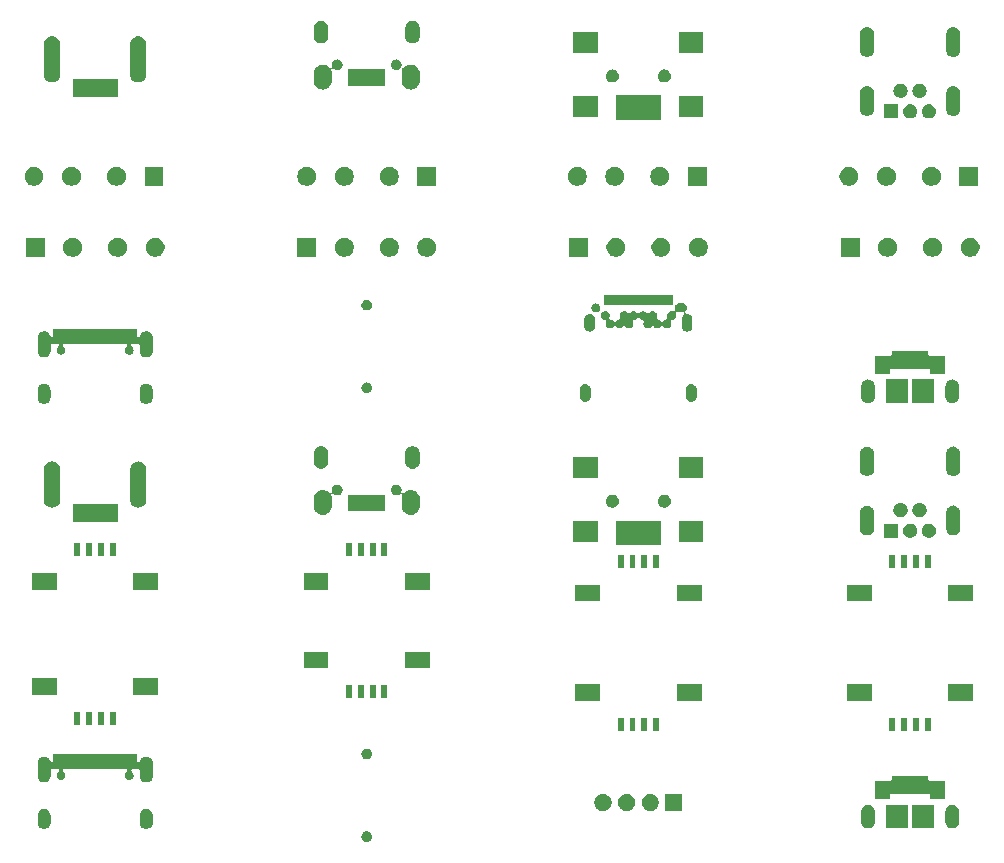
<source format=gbr>
G04 #@! TF.GenerationSoftware,KiCad,Pcbnew,(5.1.5)-3*
G04 #@! TF.CreationDate,2020-04-27T00:01:42+07:00*
G04 #@! TF.ProjectId,adapter,61646170-7465-4722-9e6b-696361645f70,rev?*
G04 #@! TF.SameCoordinates,Original*
G04 #@! TF.FileFunction,Soldermask,Top*
G04 #@! TF.FilePolarity,Negative*
%FSLAX46Y46*%
G04 Gerber Fmt 4.6, Leading zero omitted, Abs format (unit mm)*
G04 Created by KiCad (PCBNEW (5.1.5)-3) date 2020-04-27 00:01:42*
%MOMM*%
%LPD*%
G04 APERTURE LIST*
%ADD10C,0.100000*%
G04 APERTURE END LIST*
D10*
G36*
X48131552Y-83966331D02*
G01*
X48213627Y-84000328D01*
X48213629Y-84000329D01*
X48250813Y-84025175D01*
X48287495Y-84049685D01*
X48350315Y-84112505D01*
X48399672Y-84186373D01*
X48433669Y-84268448D01*
X48451000Y-84355579D01*
X48451000Y-84444421D01*
X48433669Y-84531552D01*
X48399672Y-84613627D01*
X48399671Y-84613629D01*
X48350314Y-84687496D01*
X48287496Y-84750314D01*
X48213629Y-84799671D01*
X48213628Y-84799672D01*
X48213627Y-84799672D01*
X48131552Y-84833669D01*
X48044421Y-84851000D01*
X47955579Y-84851000D01*
X47868448Y-84833669D01*
X47786373Y-84799672D01*
X47786372Y-84799672D01*
X47786371Y-84799671D01*
X47712504Y-84750314D01*
X47649686Y-84687496D01*
X47600329Y-84613629D01*
X47600328Y-84613627D01*
X47566331Y-84531552D01*
X47549000Y-84444421D01*
X47549000Y-84355579D01*
X47566331Y-84268448D01*
X47600328Y-84186373D01*
X47649685Y-84112505D01*
X47712505Y-84049685D01*
X47749187Y-84025175D01*
X47786371Y-84000329D01*
X47786373Y-84000328D01*
X47868448Y-83966331D01*
X47955579Y-83949000D01*
X48044421Y-83949000D01*
X48131552Y-83966331D01*
G37*
G36*
X20788014Y-82056973D02*
G01*
X20891878Y-82088479D01*
X20935907Y-82112013D01*
X20987599Y-82139643D01*
X20987601Y-82139644D01*
X20987600Y-82139644D01*
X21071501Y-82208499D01*
X21140356Y-82292400D01*
X21191521Y-82388121D01*
X21223027Y-82491985D01*
X21231000Y-82572933D01*
X21231000Y-83227067D01*
X21223027Y-83308015D01*
X21191521Y-83411879D01*
X21191519Y-83411882D01*
X21140357Y-83507600D01*
X21071501Y-83591501D01*
X20987600Y-83660357D01*
X20919055Y-83696995D01*
X20891879Y-83711521D01*
X20788015Y-83743027D01*
X20680000Y-83753666D01*
X20571986Y-83743027D01*
X20468122Y-83711521D01*
X20440946Y-83696995D01*
X20372401Y-83660357D01*
X20288500Y-83591501D01*
X20219645Y-83507601D01*
X20168480Y-83411879D01*
X20148645Y-83346491D01*
X20136973Y-83308015D01*
X20129000Y-83227067D01*
X20129000Y-82572934D01*
X20136973Y-82491986D01*
X20168479Y-82388122D01*
X20219644Y-82292400D01*
X20288499Y-82208499D01*
X20372400Y-82139644D01*
X20372399Y-82139644D01*
X20372401Y-82139643D01*
X20424093Y-82112013D01*
X20468121Y-82088479D01*
X20571985Y-82056973D01*
X20680000Y-82046334D01*
X20788014Y-82056973D01*
G37*
G36*
X29428014Y-82056973D02*
G01*
X29531878Y-82088479D01*
X29575907Y-82112013D01*
X29627599Y-82139643D01*
X29627601Y-82139644D01*
X29627600Y-82139644D01*
X29711501Y-82208499D01*
X29780356Y-82292400D01*
X29831521Y-82388121D01*
X29863027Y-82491985D01*
X29871000Y-82572933D01*
X29871000Y-83227067D01*
X29863027Y-83308015D01*
X29831521Y-83411879D01*
X29831519Y-83411882D01*
X29780357Y-83507600D01*
X29711501Y-83591501D01*
X29627600Y-83660357D01*
X29559055Y-83696995D01*
X29531879Y-83711521D01*
X29428015Y-83743027D01*
X29320000Y-83753666D01*
X29211986Y-83743027D01*
X29108122Y-83711521D01*
X29080946Y-83696995D01*
X29012401Y-83660357D01*
X28928500Y-83591501D01*
X28859645Y-83507601D01*
X28808480Y-83411879D01*
X28788645Y-83346491D01*
X28776973Y-83308015D01*
X28769000Y-83227067D01*
X28769000Y-82572934D01*
X28776973Y-82491986D01*
X28808479Y-82388122D01*
X28859644Y-82292400D01*
X28928499Y-82208499D01*
X29012400Y-82139644D01*
X29012399Y-82139644D01*
X29012401Y-82139643D01*
X29064093Y-82112013D01*
X29108121Y-82088479D01*
X29211985Y-82056973D01*
X29320000Y-82046334D01*
X29428014Y-82056973D01*
G37*
G36*
X97687915Y-81707334D02*
G01*
X97796491Y-81740271D01*
X97796494Y-81740272D01*
X97832600Y-81759571D01*
X97896556Y-81793756D01*
X97984264Y-81865736D01*
X98056244Y-81953443D01*
X98090429Y-82017399D01*
X98109728Y-82053505D01*
X98109728Y-82053506D01*
X98109729Y-82053508D01*
X98142666Y-82162084D01*
X98151000Y-82246702D01*
X98151000Y-83153298D01*
X98142666Y-83237916D01*
X98121401Y-83308015D01*
X98109728Y-83346495D01*
X98090429Y-83382601D01*
X98056244Y-83446557D01*
X97984264Y-83534264D01*
X97896557Y-83606244D01*
X97832601Y-83640429D01*
X97796495Y-83659728D01*
X97796492Y-83659729D01*
X97687916Y-83692666D01*
X97575000Y-83703787D01*
X97462085Y-83692666D01*
X97353509Y-83659729D01*
X97353506Y-83659728D01*
X97317400Y-83640429D01*
X97253444Y-83606244D01*
X97165737Y-83534264D01*
X97093757Y-83446557D01*
X97059572Y-83382601D01*
X97040273Y-83346495D01*
X97028600Y-83308015D01*
X97007335Y-83237916D01*
X96999000Y-83153298D01*
X96999000Y-82246703D01*
X97007334Y-82162085D01*
X97040271Y-82053509D01*
X97040272Y-82053506D01*
X97059571Y-82017400D01*
X97093756Y-81953444D01*
X97165736Y-81865736D01*
X97253443Y-81793756D01*
X97317399Y-81759571D01*
X97353505Y-81740272D01*
X97353508Y-81740271D01*
X97462084Y-81707334D01*
X97575000Y-81696213D01*
X97687915Y-81707334D01*
G37*
G36*
X90537916Y-81707334D02*
G01*
X90646492Y-81740271D01*
X90646495Y-81740272D01*
X90682601Y-81759571D01*
X90746557Y-81793756D01*
X90834264Y-81865736D01*
X90906244Y-81953443D01*
X90940429Y-82017399D01*
X90959728Y-82053505D01*
X90959728Y-82053506D01*
X90959729Y-82053508D01*
X90992666Y-82162084D01*
X91001000Y-82246702D01*
X91001000Y-83153298D01*
X90992666Y-83237916D01*
X90971401Y-83308015D01*
X90959728Y-83346495D01*
X90940429Y-83382601D01*
X90906244Y-83446557D01*
X90834264Y-83534264D01*
X90746556Y-83606244D01*
X90682600Y-83640429D01*
X90646494Y-83659728D01*
X90646491Y-83659729D01*
X90537915Y-83692666D01*
X90425000Y-83703787D01*
X90312084Y-83692666D01*
X90203508Y-83659729D01*
X90203505Y-83659728D01*
X90167399Y-83640429D01*
X90103443Y-83606244D01*
X90015736Y-83534264D01*
X89943756Y-83446556D01*
X89890273Y-83346495D01*
X89890272Y-83346494D01*
X89890271Y-83346491D01*
X89857334Y-83237915D01*
X89849000Y-83153297D01*
X89849000Y-82246702D01*
X89857335Y-82162084D01*
X89890272Y-82053508D01*
X89890273Y-82053506D01*
X89890273Y-82053505D01*
X89909572Y-82017399D01*
X89943757Y-81953443D01*
X90015737Y-81865736D01*
X90103444Y-81793756D01*
X90167400Y-81759571D01*
X90203506Y-81740272D01*
X90203509Y-81740271D01*
X90312085Y-81707334D01*
X90425000Y-81696213D01*
X90537916Y-81707334D01*
G37*
G36*
X93801000Y-83701000D02*
G01*
X91949000Y-83701000D01*
X91949000Y-81699000D01*
X93801000Y-81699000D01*
X93801000Y-83701000D01*
G37*
G36*
X96051000Y-83701000D02*
G01*
X94199000Y-83701000D01*
X94199000Y-81699000D01*
X96051000Y-81699000D01*
X96051000Y-83701000D01*
G37*
G36*
X72211766Y-80801899D02*
G01*
X72343888Y-80856626D01*
X72343890Y-80856627D01*
X72462798Y-80936079D01*
X72563921Y-81037202D01*
X72563922Y-81037204D01*
X72643374Y-81156112D01*
X72698101Y-81288234D01*
X72726000Y-81428494D01*
X72726000Y-81571506D01*
X72698101Y-81711766D01*
X72686293Y-81740272D01*
X72643373Y-81843890D01*
X72563921Y-81962798D01*
X72462798Y-82063921D01*
X72343890Y-82143373D01*
X72343889Y-82143374D01*
X72343888Y-82143374D01*
X72211766Y-82198101D01*
X72071506Y-82226000D01*
X71928494Y-82226000D01*
X71788234Y-82198101D01*
X71656112Y-82143374D01*
X71656111Y-82143374D01*
X71656110Y-82143373D01*
X71537202Y-82063921D01*
X71436079Y-81962798D01*
X71356627Y-81843890D01*
X71313707Y-81740272D01*
X71301899Y-81711766D01*
X71274000Y-81571506D01*
X71274000Y-81428494D01*
X71301899Y-81288234D01*
X71356626Y-81156112D01*
X71436078Y-81037204D01*
X71436079Y-81037202D01*
X71537202Y-80936079D01*
X71656110Y-80856627D01*
X71656112Y-80856626D01*
X71788234Y-80801899D01*
X71928494Y-80774000D01*
X72071506Y-80774000D01*
X72211766Y-80801899D01*
G37*
G36*
X74726000Y-82226000D02*
G01*
X73274000Y-82226000D01*
X73274000Y-80774000D01*
X74726000Y-80774000D01*
X74726000Y-82226000D01*
G37*
G36*
X70211766Y-80801899D02*
G01*
X70343888Y-80856626D01*
X70343890Y-80856627D01*
X70462798Y-80936079D01*
X70563921Y-81037202D01*
X70563922Y-81037204D01*
X70643374Y-81156112D01*
X70698101Y-81288234D01*
X70726000Y-81428494D01*
X70726000Y-81571506D01*
X70698101Y-81711766D01*
X70686293Y-81740272D01*
X70643373Y-81843890D01*
X70563921Y-81962798D01*
X70462798Y-82063921D01*
X70343890Y-82143373D01*
X70343889Y-82143374D01*
X70343888Y-82143374D01*
X70211766Y-82198101D01*
X70071506Y-82226000D01*
X69928494Y-82226000D01*
X69788234Y-82198101D01*
X69656112Y-82143374D01*
X69656111Y-82143374D01*
X69656110Y-82143373D01*
X69537202Y-82063921D01*
X69436079Y-81962798D01*
X69356627Y-81843890D01*
X69313707Y-81740272D01*
X69301899Y-81711766D01*
X69274000Y-81571506D01*
X69274000Y-81428494D01*
X69301899Y-81288234D01*
X69356626Y-81156112D01*
X69436078Y-81037204D01*
X69436079Y-81037202D01*
X69537202Y-80936079D01*
X69656110Y-80856627D01*
X69656112Y-80856626D01*
X69788234Y-80801899D01*
X69928494Y-80774000D01*
X70071506Y-80774000D01*
X70211766Y-80801899D01*
G37*
G36*
X68211766Y-80801899D02*
G01*
X68343888Y-80856626D01*
X68343890Y-80856627D01*
X68462798Y-80936079D01*
X68563921Y-81037202D01*
X68563922Y-81037204D01*
X68643374Y-81156112D01*
X68698101Y-81288234D01*
X68726000Y-81428494D01*
X68726000Y-81571506D01*
X68698101Y-81711766D01*
X68686293Y-81740272D01*
X68643373Y-81843890D01*
X68563921Y-81962798D01*
X68462798Y-82063921D01*
X68343890Y-82143373D01*
X68343889Y-82143374D01*
X68343888Y-82143374D01*
X68211766Y-82198101D01*
X68071506Y-82226000D01*
X67928494Y-82226000D01*
X67788234Y-82198101D01*
X67656112Y-82143374D01*
X67656111Y-82143374D01*
X67656110Y-82143373D01*
X67537202Y-82063921D01*
X67436079Y-81962798D01*
X67356627Y-81843890D01*
X67313707Y-81740272D01*
X67301899Y-81711766D01*
X67274000Y-81571506D01*
X67274000Y-81428494D01*
X67301899Y-81288234D01*
X67356626Y-81156112D01*
X67436078Y-81037204D01*
X67436079Y-81037202D01*
X67537202Y-80936079D01*
X67656110Y-80856627D01*
X67656112Y-80856626D01*
X67788234Y-80801899D01*
X67928494Y-80774000D01*
X68071506Y-80774000D01*
X68211766Y-80801899D01*
G37*
G36*
X95551000Y-79569001D02*
G01*
X95553402Y-79593387D01*
X95560515Y-79616836D01*
X95572066Y-79638447D01*
X95587611Y-79657389D01*
X95606553Y-79672934D01*
X95628164Y-79684485D01*
X95651613Y-79691598D01*
X95675999Y-79694000D01*
X96946000Y-79694000D01*
X96946000Y-81246000D01*
X95694000Y-81246000D01*
X95694000Y-80925999D01*
X95691598Y-80901613D01*
X95684485Y-80878164D01*
X95672934Y-80856553D01*
X95657389Y-80837611D01*
X95638447Y-80822066D01*
X95616836Y-80810515D01*
X95593387Y-80803402D01*
X95569001Y-80801000D01*
X92430999Y-80801000D01*
X92406613Y-80803402D01*
X92383164Y-80810515D01*
X92361553Y-80822066D01*
X92342611Y-80837611D01*
X92327066Y-80856553D01*
X92315515Y-80878164D01*
X92308402Y-80901613D01*
X92306000Y-80925999D01*
X92306000Y-81246000D01*
X91054000Y-81246000D01*
X91054000Y-79694000D01*
X92324001Y-79694000D01*
X92348387Y-79691598D01*
X92371836Y-79684485D01*
X92393447Y-79672934D01*
X92412389Y-79657389D01*
X92427934Y-79638447D01*
X92439485Y-79616836D01*
X92446598Y-79593387D01*
X92449000Y-79569001D01*
X92449000Y-79299000D01*
X95551000Y-79299000D01*
X95551000Y-79569001D01*
G37*
G36*
X28551000Y-77964245D02*
G01*
X28553402Y-77988631D01*
X28560515Y-78012080D01*
X28572066Y-78033691D01*
X28587611Y-78052633D01*
X28606553Y-78068178D01*
X28628164Y-78079729D01*
X28651613Y-78086842D01*
X28675999Y-78089244D01*
X28700385Y-78086842D01*
X28723834Y-78079729D01*
X28745445Y-78068178D01*
X28764387Y-78052633D01*
X28779932Y-78033691D01*
X28791483Y-78012080D01*
X28795609Y-78000548D01*
X28808479Y-77958122D01*
X28859644Y-77862400D01*
X28928499Y-77778499D01*
X29012400Y-77709644D01*
X29012399Y-77709644D01*
X29012401Y-77709643D01*
X29064093Y-77682013D01*
X29108121Y-77658479D01*
X29211985Y-77626973D01*
X29320000Y-77616334D01*
X29428014Y-77626973D01*
X29531878Y-77658479D01*
X29575907Y-77682013D01*
X29627599Y-77709643D01*
X29627601Y-77709644D01*
X29627600Y-77709644D01*
X29711501Y-77778499D01*
X29780356Y-77862400D01*
X29831521Y-77958121D01*
X29863027Y-78061985D01*
X29871000Y-78142933D01*
X29871000Y-79297067D01*
X29863027Y-79378015D01*
X29831521Y-79481879D01*
X29831519Y-79481882D01*
X29780357Y-79577600D01*
X29711501Y-79661501D01*
X29627600Y-79730357D01*
X29559055Y-79766995D01*
X29531879Y-79781521D01*
X29428015Y-79813027D01*
X29320000Y-79823666D01*
X29211986Y-79813027D01*
X29108122Y-79781521D01*
X29080946Y-79766995D01*
X29012401Y-79730357D01*
X28928500Y-79661501D01*
X28859644Y-79577600D01*
X28808482Y-79481882D01*
X28808480Y-79481879D01*
X28776974Y-79378015D01*
X28769001Y-79297067D01*
X28769001Y-78805995D01*
X28766599Y-78781613D01*
X28759486Y-78758164D01*
X28747935Y-78736553D01*
X28732390Y-78717611D01*
X28713448Y-78702066D01*
X28691837Y-78690515D01*
X28668388Y-78683402D01*
X28644002Y-78681000D01*
X28172177Y-78681000D01*
X28147791Y-78683402D01*
X28124342Y-78690515D01*
X28102731Y-78702066D01*
X28083789Y-78717611D01*
X28068244Y-78736553D01*
X28056693Y-78758164D01*
X28049580Y-78781613D01*
X28047178Y-78805999D01*
X28049580Y-78830385D01*
X28056693Y-78853834D01*
X28068244Y-78875445D01*
X28083789Y-78894387D01*
X28102730Y-78909930D01*
X28129686Y-78927942D01*
X28182058Y-78980314D01*
X28223207Y-79041897D01*
X28251550Y-79110325D01*
X28251551Y-79110328D01*
X28266000Y-79182966D01*
X28266000Y-79257034D01*
X28258037Y-79297067D01*
X28251550Y-79329675D01*
X28223207Y-79398103D01*
X28182058Y-79459686D01*
X28129686Y-79512058D01*
X28068103Y-79553207D01*
X27999675Y-79581550D01*
X27999674Y-79581550D01*
X27999672Y-79581551D01*
X27927034Y-79596000D01*
X27852966Y-79596000D01*
X27780328Y-79581551D01*
X27780326Y-79581550D01*
X27780325Y-79581550D01*
X27711897Y-79553207D01*
X27650314Y-79512058D01*
X27597942Y-79459686D01*
X27556793Y-79398103D01*
X27528450Y-79329675D01*
X27521964Y-79297067D01*
X27514000Y-79257034D01*
X27514000Y-79182966D01*
X27528449Y-79110328D01*
X27528450Y-79110325D01*
X27556793Y-79041897D01*
X27597942Y-78980314D01*
X27650314Y-78927942D01*
X27677270Y-78909930D01*
X27696210Y-78894387D01*
X27711756Y-78875445D01*
X27723307Y-78853835D01*
X27730420Y-78830386D01*
X27732822Y-78806000D01*
X27730420Y-78781613D01*
X27723307Y-78758164D01*
X27711756Y-78736554D01*
X27696211Y-78717612D01*
X27677269Y-78702066D01*
X27655659Y-78690515D01*
X27632210Y-78683402D01*
X27607823Y-78681000D01*
X22392177Y-78681000D01*
X22367791Y-78683402D01*
X22344342Y-78690515D01*
X22322731Y-78702066D01*
X22303789Y-78717611D01*
X22288244Y-78736553D01*
X22276693Y-78758164D01*
X22269580Y-78781613D01*
X22267178Y-78805999D01*
X22269580Y-78830385D01*
X22276693Y-78853834D01*
X22288244Y-78875445D01*
X22303789Y-78894387D01*
X22322730Y-78909930D01*
X22349686Y-78927942D01*
X22402058Y-78980314D01*
X22443207Y-79041897D01*
X22471550Y-79110325D01*
X22471551Y-79110328D01*
X22486000Y-79182966D01*
X22486000Y-79257034D01*
X22478037Y-79297067D01*
X22471550Y-79329675D01*
X22443207Y-79398103D01*
X22402058Y-79459686D01*
X22349686Y-79512058D01*
X22288103Y-79553207D01*
X22219675Y-79581550D01*
X22219674Y-79581550D01*
X22219672Y-79581551D01*
X22147034Y-79596000D01*
X22072966Y-79596000D01*
X22000328Y-79581551D01*
X22000326Y-79581550D01*
X22000325Y-79581550D01*
X21931897Y-79553207D01*
X21870314Y-79512058D01*
X21817942Y-79459686D01*
X21776793Y-79398103D01*
X21748450Y-79329675D01*
X21741964Y-79297067D01*
X21734000Y-79257034D01*
X21734000Y-79182966D01*
X21748449Y-79110328D01*
X21748450Y-79110325D01*
X21776793Y-79041897D01*
X21817942Y-78980314D01*
X21870314Y-78927942D01*
X21897270Y-78909930D01*
X21916210Y-78894387D01*
X21931756Y-78875445D01*
X21943307Y-78853835D01*
X21950420Y-78830386D01*
X21952822Y-78806000D01*
X21950420Y-78781613D01*
X21943307Y-78758164D01*
X21931756Y-78736554D01*
X21916211Y-78717612D01*
X21897269Y-78702066D01*
X21875659Y-78690515D01*
X21852210Y-78683402D01*
X21827823Y-78681000D01*
X21355999Y-78681000D01*
X21331613Y-78683402D01*
X21308164Y-78690515D01*
X21286553Y-78702066D01*
X21267611Y-78717611D01*
X21252066Y-78736553D01*
X21240515Y-78758164D01*
X21233402Y-78781613D01*
X21231000Y-78805999D01*
X21231000Y-79297067D01*
X21223027Y-79378015D01*
X21191521Y-79481879D01*
X21191519Y-79481882D01*
X21140357Y-79577600D01*
X21071501Y-79661501D01*
X20987600Y-79730357D01*
X20919055Y-79766995D01*
X20891879Y-79781521D01*
X20788015Y-79813027D01*
X20680000Y-79823666D01*
X20571986Y-79813027D01*
X20468122Y-79781521D01*
X20440946Y-79766995D01*
X20372401Y-79730357D01*
X20288500Y-79661501D01*
X20219644Y-79577600D01*
X20168482Y-79481882D01*
X20168480Y-79481879D01*
X20136974Y-79378015D01*
X20129001Y-79297067D01*
X20129000Y-78142934D01*
X20136973Y-78061986D01*
X20168479Y-77958122D01*
X20219644Y-77862400D01*
X20288499Y-77778499D01*
X20372400Y-77709644D01*
X20372399Y-77709644D01*
X20372401Y-77709643D01*
X20424093Y-77682013D01*
X20468121Y-77658479D01*
X20571985Y-77626973D01*
X20680000Y-77616334D01*
X20788014Y-77626973D01*
X20891878Y-77658479D01*
X20935907Y-77682013D01*
X20987599Y-77709643D01*
X20987601Y-77709644D01*
X20987600Y-77709644D01*
X21071501Y-77778499D01*
X21140356Y-77862400D01*
X21191521Y-77958121D01*
X21204388Y-78000538D01*
X21213762Y-78023168D01*
X21227375Y-78043542D01*
X21244702Y-78060869D01*
X21265077Y-78074483D01*
X21287716Y-78083861D01*
X21311749Y-78088641D01*
X21336253Y-78088641D01*
X21360286Y-78083861D01*
X21382925Y-78074483D01*
X21403299Y-78060870D01*
X21420626Y-78043543D01*
X21434240Y-78023168D01*
X21443618Y-78000529D01*
X21448398Y-77976496D01*
X21449000Y-77964244D01*
X21449000Y-77429000D01*
X28551000Y-77429000D01*
X28551000Y-77964245D01*
G37*
G36*
X48131552Y-76966331D02*
G01*
X48213627Y-77000328D01*
X48213629Y-77000329D01*
X48250813Y-77025175D01*
X48287495Y-77049685D01*
X48350315Y-77112505D01*
X48399672Y-77186373D01*
X48433669Y-77268448D01*
X48451000Y-77355579D01*
X48451000Y-77444421D01*
X48433669Y-77531552D01*
X48399672Y-77613627D01*
X48399671Y-77613629D01*
X48374825Y-77650813D01*
X48369702Y-77658481D01*
X48350314Y-77687496D01*
X48287496Y-77750314D01*
X48213629Y-77799671D01*
X48213628Y-77799672D01*
X48213627Y-77799672D01*
X48131552Y-77833669D01*
X48044421Y-77851000D01*
X47955579Y-77851000D01*
X47868448Y-77833669D01*
X47786373Y-77799672D01*
X47786372Y-77799672D01*
X47786371Y-77799671D01*
X47712504Y-77750314D01*
X47649686Y-77687496D01*
X47630299Y-77658481D01*
X47625175Y-77650813D01*
X47600329Y-77613629D01*
X47600328Y-77613627D01*
X47566331Y-77531552D01*
X47549000Y-77444421D01*
X47549000Y-77355579D01*
X47566331Y-77268448D01*
X47600328Y-77186373D01*
X47649685Y-77112505D01*
X47712505Y-77049685D01*
X47749187Y-77025175D01*
X47786371Y-77000329D01*
X47786373Y-77000328D01*
X47868448Y-76966331D01*
X47955579Y-76949000D01*
X48044421Y-76949000D01*
X48131552Y-76966331D01*
G37*
G36*
X94751000Y-75461000D02*
G01*
X94249000Y-75461000D01*
X94249000Y-74359000D01*
X94751000Y-74359000D01*
X94751000Y-75461000D01*
G37*
G36*
X93751000Y-75461000D02*
G01*
X93249000Y-75461000D01*
X93249000Y-74359000D01*
X93751000Y-74359000D01*
X93751000Y-75461000D01*
G37*
G36*
X92751000Y-75461000D02*
G01*
X92249000Y-75461000D01*
X92249000Y-74359000D01*
X92751000Y-74359000D01*
X92751000Y-75461000D01*
G37*
G36*
X72751000Y-75461000D02*
G01*
X72249000Y-75461000D01*
X72249000Y-74359000D01*
X72751000Y-74359000D01*
X72751000Y-75461000D01*
G37*
G36*
X70751000Y-75461000D02*
G01*
X70249000Y-75461000D01*
X70249000Y-74359000D01*
X70751000Y-74359000D01*
X70751000Y-75461000D01*
G37*
G36*
X71751000Y-75461000D02*
G01*
X71249000Y-75461000D01*
X71249000Y-74359000D01*
X71751000Y-74359000D01*
X71751000Y-75461000D01*
G37*
G36*
X95751000Y-75461000D02*
G01*
X95249000Y-75461000D01*
X95249000Y-74359000D01*
X95751000Y-74359000D01*
X95751000Y-75461000D01*
G37*
G36*
X69751000Y-75461000D02*
G01*
X69249000Y-75461000D01*
X69249000Y-74359000D01*
X69751000Y-74359000D01*
X69751000Y-75461000D01*
G37*
G36*
X25751000Y-74961000D02*
G01*
X25249000Y-74961000D01*
X25249000Y-73859000D01*
X25751000Y-73859000D01*
X25751000Y-74961000D01*
G37*
G36*
X24751000Y-74961000D02*
G01*
X24249000Y-74961000D01*
X24249000Y-73859000D01*
X24751000Y-73859000D01*
X24751000Y-74961000D01*
G37*
G36*
X23751000Y-74961000D02*
G01*
X23249000Y-74961000D01*
X23249000Y-73859000D01*
X23751000Y-73859000D01*
X23751000Y-74961000D01*
G37*
G36*
X26751000Y-74961000D02*
G01*
X26249000Y-74961000D01*
X26249000Y-73859000D01*
X26751000Y-73859000D01*
X26751000Y-74961000D01*
G37*
G36*
X90751000Y-72911000D02*
G01*
X88649000Y-72911000D01*
X88649000Y-71509000D01*
X90751000Y-71509000D01*
X90751000Y-72911000D01*
G37*
G36*
X67751000Y-72911000D02*
G01*
X65649000Y-72911000D01*
X65649000Y-71509000D01*
X67751000Y-71509000D01*
X67751000Y-72911000D01*
G37*
G36*
X76351000Y-72911000D02*
G01*
X74249000Y-72911000D01*
X74249000Y-71509000D01*
X76351000Y-71509000D01*
X76351000Y-72911000D01*
G37*
G36*
X99351000Y-72911000D02*
G01*
X97249000Y-72911000D01*
X97249000Y-71509000D01*
X99351000Y-71509000D01*
X99351000Y-72911000D01*
G37*
G36*
X48751000Y-72711000D02*
G01*
X48249000Y-72711000D01*
X48249000Y-71609000D01*
X48751000Y-71609000D01*
X48751000Y-72711000D01*
G37*
G36*
X46751000Y-72711000D02*
G01*
X46249000Y-72711000D01*
X46249000Y-71609000D01*
X46751000Y-71609000D01*
X46751000Y-72711000D01*
G37*
G36*
X47751000Y-72711000D02*
G01*
X47249000Y-72711000D01*
X47249000Y-71609000D01*
X47751000Y-71609000D01*
X47751000Y-72711000D01*
G37*
G36*
X49751000Y-72711000D02*
G01*
X49249000Y-72711000D01*
X49249000Y-71609000D01*
X49751000Y-71609000D01*
X49751000Y-72711000D01*
G37*
G36*
X30351000Y-72411000D02*
G01*
X28249000Y-72411000D01*
X28249000Y-71009000D01*
X30351000Y-71009000D01*
X30351000Y-72411000D01*
G37*
G36*
X21751000Y-72411000D02*
G01*
X19649000Y-72411000D01*
X19649000Y-71009000D01*
X21751000Y-71009000D01*
X21751000Y-72411000D01*
G37*
G36*
X53351000Y-70161000D02*
G01*
X51249000Y-70161000D01*
X51249000Y-68759000D01*
X53351000Y-68759000D01*
X53351000Y-70161000D01*
G37*
G36*
X44751000Y-70161000D02*
G01*
X42649000Y-70161000D01*
X42649000Y-68759000D01*
X44751000Y-68759000D01*
X44751000Y-70161000D01*
G37*
G36*
X99351000Y-64491000D02*
G01*
X97249000Y-64491000D01*
X97249000Y-63089000D01*
X99351000Y-63089000D01*
X99351000Y-64491000D01*
G37*
G36*
X76351000Y-64491000D02*
G01*
X74249000Y-64491000D01*
X74249000Y-63089000D01*
X76351000Y-63089000D01*
X76351000Y-64491000D01*
G37*
G36*
X67751000Y-64491000D02*
G01*
X65649000Y-64491000D01*
X65649000Y-63089000D01*
X67751000Y-63089000D01*
X67751000Y-64491000D01*
G37*
G36*
X90751000Y-64491000D02*
G01*
X88649000Y-64491000D01*
X88649000Y-63089000D01*
X90751000Y-63089000D01*
X90751000Y-64491000D01*
G37*
G36*
X44751000Y-63491000D02*
G01*
X42649000Y-63491000D01*
X42649000Y-62089000D01*
X44751000Y-62089000D01*
X44751000Y-63491000D01*
G37*
G36*
X30351000Y-63491000D02*
G01*
X28249000Y-63491000D01*
X28249000Y-62089000D01*
X30351000Y-62089000D01*
X30351000Y-63491000D01*
G37*
G36*
X21751000Y-63491000D02*
G01*
X19649000Y-63491000D01*
X19649000Y-62089000D01*
X21751000Y-62089000D01*
X21751000Y-63491000D01*
G37*
G36*
X53351000Y-63491000D02*
G01*
X51249000Y-63491000D01*
X51249000Y-62089000D01*
X53351000Y-62089000D01*
X53351000Y-63491000D01*
G37*
G36*
X93751000Y-61641000D02*
G01*
X93249000Y-61641000D01*
X93249000Y-60539000D01*
X93751000Y-60539000D01*
X93751000Y-61641000D01*
G37*
G36*
X72751000Y-61641000D02*
G01*
X72249000Y-61641000D01*
X72249000Y-60539000D01*
X72751000Y-60539000D01*
X72751000Y-61641000D01*
G37*
G36*
X95751000Y-61641000D02*
G01*
X95249000Y-61641000D01*
X95249000Y-60539000D01*
X95751000Y-60539000D01*
X95751000Y-61641000D01*
G37*
G36*
X94751000Y-61641000D02*
G01*
X94249000Y-61641000D01*
X94249000Y-60539000D01*
X94751000Y-60539000D01*
X94751000Y-61641000D01*
G37*
G36*
X70751000Y-61641000D02*
G01*
X70249000Y-61641000D01*
X70249000Y-60539000D01*
X70751000Y-60539000D01*
X70751000Y-61641000D01*
G37*
G36*
X69751000Y-61641000D02*
G01*
X69249000Y-61641000D01*
X69249000Y-60539000D01*
X69751000Y-60539000D01*
X69751000Y-61641000D01*
G37*
G36*
X92751000Y-61641000D02*
G01*
X92249000Y-61641000D01*
X92249000Y-60539000D01*
X92751000Y-60539000D01*
X92751000Y-61641000D01*
G37*
G36*
X71751000Y-61641000D02*
G01*
X71249000Y-61641000D01*
X71249000Y-60539000D01*
X71751000Y-60539000D01*
X71751000Y-61641000D01*
G37*
G36*
X25751000Y-60641000D02*
G01*
X25249000Y-60641000D01*
X25249000Y-59539000D01*
X25751000Y-59539000D01*
X25751000Y-60641000D01*
G37*
G36*
X26751000Y-60641000D02*
G01*
X26249000Y-60641000D01*
X26249000Y-59539000D01*
X26751000Y-59539000D01*
X26751000Y-60641000D01*
G37*
G36*
X24751000Y-60641000D02*
G01*
X24249000Y-60641000D01*
X24249000Y-59539000D01*
X24751000Y-59539000D01*
X24751000Y-60641000D01*
G37*
G36*
X46751000Y-60641000D02*
G01*
X46249000Y-60641000D01*
X46249000Y-59539000D01*
X46751000Y-59539000D01*
X46751000Y-60641000D01*
G37*
G36*
X47751000Y-60641000D02*
G01*
X47249000Y-60641000D01*
X47249000Y-59539000D01*
X47751000Y-59539000D01*
X47751000Y-60641000D01*
G37*
G36*
X23751000Y-60641000D02*
G01*
X23249000Y-60641000D01*
X23249000Y-59539000D01*
X23751000Y-59539000D01*
X23751000Y-60641000D01*
G37*
G36*
X49751000Y-60641000D02*
G01*
X49249000Y-60641000D01*
X49249000Y-59539000D01*
X49751000Y-59539000D01*
X49751000Y-60641000D01*
G37*
G36*
X48751000Y-60641000D02*
G01*
X48249000Y-60641000D01*
X48249000Y-59539000D01*
X48751000Y-59539000D01*
X48751000Y-60641000D01*
G37*
G36*
X72901000Y-59751000D02*
G01*
X69099000Y-59751000D01*
X69099000Y-57649000D01*
X72901000Y-57649000D01*
X72901000Y-59751000D01*
G37*
G36*
X76501000Y-59501000D02*
G01*
X74399000Y-59501000D01*
X74399000Y-57699000D01*
X76501000Y-57699000D01*
X76501000Y-59501000D01*
G37*
G36*
X67601000Y-59501000D02*
G01*
X65499000Y-59501000D01*
X65499000Y-57699000D01*
X67601000Y-57699000D01*
X67601000Y-59501000D01*
G37*
G36*
X93001000Y-59101000D02*
G01*
X91799000Y-59101000D01*
X91799000Y-57899000D01*
X93001000Y-57899000D01*
X93001000Y-59101000D01*
G37*
G36*
X95736601Y-57914397D02*
G01*
X95775305Y-57922096D01*
X95807340Y-57935365D01*
X95884680Y-57967400D01*
X95983115Y-58033173D01*
X96066827Y-58116885D01*
X96132600Y-58215320D01*
X96177904Y-58324696D01*
X96201000Y-58440805D01*
X96201000Y-58559195D01*
X96177904Y-58675304D01*
X96132600Y-58784680D01*
X96066827Y-58883115D01*
X95983115Y-58966827D01*
X95884680Y-59032600D01*
X95807340Y-59064635D01*
X95775305Y-59077904D01*
X95736601Y-59085603D01*
X95659195Y-59101000D01*
X95540805Y-59101000D01*
X95463399Y-59085603D01*
X95424695Y-59077904D01*
X95392660Y-59064635D01*
X95315320Y-59032600D01*
X95216885Y-58966827D01*
X95133173Y-58883115D01*
X95067400Y-58784680D01*
X95022096Y-58675304D01*
X94999000Y-58559195D01*
X94999000Y-58440805D01*
X95022096Y-58324696D01*
X95067400Y-58215320D01*
X95133173Y-58116885D01*
X95216885Y-58033173D01*
X95315320Y-57967400D01*
X95392660Y-57935365D01*
X95424695Y-57922096D01*
X95463399Y-57914397D01*
X95540805Y-57899000D01*
X95659195Y-57899000D01*
X95736601Y-57914397D01*
G37*
G36*
X94136601Y-57914397D02*
G01*
X94175305Y-57922096D01*
X94207340Y-57935365D01*
X94284680Y-57967400D01*
X94383115Y-58033173D01*
X94466827Y-58116885D01*
X94532600Y-58215320D01*
X94577904Y-58324696D01*
X94601000Y-58440805D01*
X94601000Y-58559195D01*
X94577904Y-58675304D01*
X94532600Y-58784680D01*
X94466827Y-58883115D01*
X94383115Y-58966827D01*
X94284680Y-59032600D01*
X94207340Y-59064635D01*
X94175305Y-59077904D01*
X94136601Y-59085603D01*
X94059195Y-59101000D01*
X93940805Y-59101000D01*
X93863399Y-59085603D01*
X93824695Y-59077904D01*
X93792660Y-59064635D01*
X93715320Y-59032600D01*
X93616885Y-58966827D01*
X93533173Y-58883115D01*
X93467400Y-58784680D01*
X93422096Y-58675304D01*
X93399000Y-58559195D01*
X93399000Y-58440805D01*
X93422096Y-58324696D01*
X93467400Y-58215320D01*
X93533173Y-58116885D01*
X93616885Y-58033173D01*
X93715320Y-57967400D01*
X93792660Y-57935365D01*
X93824695Y-57922096D01*
X93863399Y-57914397D01*
X93940805Y-57899000D01*
X94059195Y-57899000D01*
X94136601Y-57914397D01*
G37*
G36*
X97767817Y-56382696D02*
G01*
X97881104Y-56417062D01*
X97985511Y-56472869D01*
X97985513Y-56472870D01*
X97985512Y-56472870D01*
X98077027Y-56547973D01*
X98140711Y-56625572D01*
X98152131Y-56639488D01*
X98207938Y-56743895D01*
X98242304Y-56857182D01*
X98251000Y-56945481D01*
X98251000Y-58304519D01*
X98242304Y-58392818D01*
X98207938Y-58506105D01*
X98152131Y-58610512D01*
X98077027Y-58702027D01*
X97985512Y-58777131D01*
X97881105Y-58832938D01*
X97767818Y-58867304D01*
X97650000Y-58878907D01*
X97532183Y-58867304D01*
X97418896Y-58832938D01*
X97314489Y-58777131D01*
X97222974Y-58702027D01*
X97147870Y-58610512D01*
X97092063Y-58506105D01*
X97057697Y-58392818D01*
X97049001Y-58304519D01*
X97049000Y-56945482D01*
X97057696Y-56857183D01*
X97092062Y-56743896D01*
X97147869Y-56639489D01*
X97161338Y-56623077D01*
X97222973Y-56547973D01*
X97314487Y-56472870D01*
X97314486Y-56472870D01*
X97314488Y-56472869D01*
X97418895Y-56417062D01*
X97532182Y-56382696D01*
X97650000Y-56371093D01*
X97767817Y-56382696D01*
G37*
G36*
X90467817Y-56382696D02*
G01*
X90581104Y-56417062D01*
X90685511Y-56472869D01*
X90685513Y-56472870D01*
X90685512Y-56472870D01*
X90777027Y-56547973D01*
X90840711Y-56625572D01*
X90852131Y-56639488D01*
X90907938Y-56743895D01*
X90942304Y-56857182D01*
X90951000Y-56945481D01*
X90951000Y-58304519D01*
X90942304Y-58392818D01*
X90907938Y-58506105D01*
X90852131Y-58610512D01*
X90777027Y-58702027D01*
X90685512Y-58777131D01*
X90581105Y-58832938D01*
X90467818Y-58867304D01*
X90350000Y-58878907D01*
X90232183Y-58867304D01*
X90118896Y-58832938D01*
X90014489Y-58777131D01*
X89922974Y-58702027D01*
X89847870Y-58610512D01*
X89792063Y-58506105D01*
X89757697Y-58392818D01*
X89749001Y-58304519D01*
X89749000Y-56945482D01*
X89757696Y-56857183D01*
X89792062Y-56743896D01*
X89847869Y-56639489D01*
X89861338Y-56623077D01*
X89922973Y-56547973D01*
X90014487Y-56472870D01*
X90014486Y-56472870D01*
X90014488Y-56472869D01*
X90118895Y-56417062D01*
X90232182Y-56382696D01*
X90350000Y-56371093D01*
X90467817Y-56382696D01*
G37*
G36*
X26901000Y-57751000D02*
G01*
X23099000Y-57751000D01*
X23099000Y-56249000D01*
X26901000Y-56249000D01*
X26901000Y-57751000D01*
G37*
G36*
X94918119Y-56160721D02*
G01*
X94975305Y-56172096D01*
X95007340Y-56185365D01*
X95084680Y-56217400D01*
X95183115Y-56283173D01*
X95266827Y-56366885D01*
X95332600Y-56465320D01*
X95377904Y-56574696D01*
X95401000Y-56690805D01*
X95401000Y-56809195D01*
X95377904Y-56925304D01*
X95332600Y-57034680D01*
X95266827Y-57133115D01*
X95183115Y-57216827D01*
X95084680Y-57282600D01*
X95007340Y-57314635D01*
X94975305Y-57327904D01*
X94936601Y-57335603D01*
X94859195Y-57351000D01*
X94740805Y-57351000D01*
X94663399Y-57335603D01*
X94624695Y-57327904D01*
X94592660Y-57314635D01*
X94515320Y-57282600D01*
X94416885Y-57216827D01*
X94333173Y-57133115D01*
X94267400Y-57034680D01*
X94222096Y-56925304D01*
X94199000Y-56809195D01*
X94199000Y-56690805D01*
X94222096Y-56574696D01*
X94267400Y-56465320D01*
X94333173Y-56366885D01*
X94416885Y-56283173D01*
X94515320Y-56217400D01*
X94592660Y-56185365D01*
X94624695Y-56172096D01*
X94681881Y-56160721D01*
X94740805Y-56149000D01*
X94859195Y-56149000D01*
X94918119Y-56160721D01*
G37*
G36*
X93318119Y-56160721D02*
G01*
X93375305Y-56172096D01*
X93407340Y-56185365D01*
X93484680Y-56217400D01*
X93583115Y-56283173D01*
X93666827Y-56366885D01*
X93732600Y-56465320D01*
X93777904Y-56574696D01*
X93801000Y-56690805D01*
X93801000Y-56809195D01*
X93777904Y-56925304D01*
X93732600Y-57034680D01*
X93666827Y-57133115D01*
X93583115Y-57216827D01*
X93484680Y-57282600D01*
X93407340Y-57314635D01*
X93375305Y-57327904D01*
X93336601Y-57335603D01*
X93259195Y-57351000D01*
X93140805Y-57351000D01*
X93063399Y-57335603D01*
X93024695Y-57327904D01*
X92992660Y-57314635D01*
X92915320Y-57282600D01*
X92816885Y-57216827D01*
X92733173Y-57133115D01*
X92667400Y-57034680D01*
X92622096Y-56925304D01*
X92599000Y-56809195D01*
X92599000Y-56690805D01*
X92622096Y-56574696D01*
X92667400Y-56465320D01*
X92733173Y-56366885D01*
X92816885Y-56283173D01*
X92915320Y-56217400D01*
X92992660Y-56185365D01*
X93024695Y-56172096D01*
X93081881Y-56160721D01*
X93140805Y-56149000D01*
X93259195Y-56149000D01*
X93318119Y-56160721D01*
G37*
G36*
X45631552Y-54616331D02*
G01*
X45713627Y-54650328D01*
X45713629Y-54650329D01*
X45750813Y-54675175D01*
X45787495Y-54699685D01*
X45850315Y-54762505D01*
X45899672Y-54836373D01*
X45933669Y-54918448D01*
X45951000Y-55005579D01*
X45951000Y-55094421D01*
X45933669Y-55181552D01*
X45899672Y-55263627D01*
X45850399Y-55337370D01*
X45850314Y-55337496D01*
X45787496Y-55400314D01*
X45713629Y-55449671D01*
X45713628Y-55449672D01*
X45713627Y-55449672D01*
X45631552Y-55483669D01*
X45544421Y-55501000D01*
X45455579Y-55501000D01*
X45368448Y-55483669D01*
X45286373Y-55449672D01*
X45286372Y-55449672D01*
X45286371Y-55449671D01*
X45212504Y-55400314D01*
X45196952Y-55384762D01*
X45178010Y-55369217D01*
X45156399Y-55357666D01*
X45132950Y-55350553D01*
X45108564Y-55348151D01*
X45084178Y-55350553D01*
X45060729Y-55357666D01*
X45039118Y-55369217D01*
X45020176Y-55384762D01*
X45004631Y-55403704D01*
X44993080Y-55425315D01*
X44985967Y-55448764D01*
X44983565Y-55473150D01*
X44985967Y-55497536D01*
X44993080Y-55520985D01*
X44994796Y-55524614D01*
X45039772Y-55672879D01*
X45051000Y-55786882D01*
X45051000Y-56413118D01*
X45039772Y-56527121D01*
X44995398Y-56673402D01*
X44923345Y-56808204D01*
X44923343Y-56808206D01*
X44923342Y-56808208D01*
X44922532Y-56809195D01*
X44826367Y-56926372D01*
X44708206Y-57023343D01*
X44573401Y-57095398D01*
X44427120Y-57139772D01*
X44275000Y-57154754D01*
X44122879Y-57139772D01*
X43976598Y-57095398D01*
X43841796Y-57023345D01*
X43723628Y-56926367D01*
X43626657Y-56808206D01*
X43554602Y-56673401D01*
X43510228Y-56527120D01*
X43499000Y-56413117D01*
X43499000Y-55786882D01*
X43510228Y-55672879D01*
X43554601Y-55526600D01*
X43626657Y-55391794D01*
X43723632Y-55273631D01*
X43765363Y-55239383D01*
X43841793Y-55176658D01*
X43841794Y-55176657D01*
X43841797Y-55176655D01*
X43976599Y-55104602D01*
X44122880Y-55060228D01*
X44275000Y-55045246D01*
X44427121Y-55060228D01*
X44573402Y-55104602D01*
X44708204Y-55176655D01*
X44826372Y-55273633D01*
X44853288Y-55306430D01*
X44870615Y-55323757D01*
X44890989Y-55337370D01*
X44913628Y-55346748D01*
X44937661Y-55351528D01*
X44962165Y-55351528D01*
X44986199Y-55346748D01*
X45008837Y-55337370D01*
X45029212Y-55323756D01*
X45046539Y-55306429D01*
X45060152Y-55286055D01*
X45069530Y-55263416D01*
X45074310Y-55239383D01*
X45074310Y-55214879D01*
X45069530Y-55190845D01*
X45066490Y-55182351D01*
X45049000Y-55094421D01*
X45049000Y-55005579D01*
X45066331Y-54918448D01*
X45100328Y-54836373D01*
X45149685Y-54762505D01*
X45212505Y-54699685D01*
X45249187Y-54675175D01*
X45286371Y-54650329D01*
X45286373Y-54650328D01*
X45368448Y-54616331D01*
X45455579Y-54599000D01*
X45544421Y-54599000D01*
X45631552Y-54616331D01*
G37*
G36*
X50631552Y-54616331D02*
G01*
X50713627Y-54650328D01*
X50713629Y-54650329D01*
X50750813Y-54675175D01*
X50787495Y-54699685D01*
X50850315Y-54762505D01*
X50899672Y-54836373D01*
X50933669Y-54918448D01*
X50951000Y-55005579D01*
X50951000Y-55094421D01*
X50933193Y-55183946D01*
X50927490Y-55202743D01*
X50925087Y-55227129D01*
X50927488Y-55251515D01*
X50934600Y-55274964D01*
X50946151Y-55296575D01*
X50961695Y-55315518D01*
X50980637Y-55331063D01*
X51002247Y-55342615D01*
X51025696Y-55349729D01*
X51050082Y-55352132D01*
X51074468Y-55349731D01*
X51097917Y-55342619D01*
X51119528Y-55331068D01*
X51138471Y-55315524D01*
X51146711Y-55306432D01*
X51173628Y-55273634D01*
X51291797Y-55176655D01*
X51426599Y-55104602D01*
X51572880Y-55060228D01*
X51725000Y-55045246D01*
X51877121Y-55060228D01*
X52023402Y-55104602D01*
X52158204Y-55176655D01*
X52158207Y-55176657D01*
X52158208Y-55176658D01*
X52276369Y-55273631D01*
X52367573Y-55384762D01*
X52373345Y-55391796D01*
X52445398Y-55526598D01*
X52489772Y-55672879D01*
X52501000Y-55786882D01*
X52501000Y-56413118D01*
X52489772Y-56527121D01*
X52445398Y-56673402D01*
X52373345Y-56808204D01*
X52373343Y-56808206D01*
X52373342Y-56808208D01*
X52372532Y-56809195D01*
X52276367Y-56926372D01*
X52158206Y-57023343D01*
X52023401Y-57095398D01*
X51877120Y-57139772D01*
X51725000Y-57154754D01*
X51572879Y-57139772D01*
X51426598Y-57095398D01*
X51291796Y-57023345D01*
X51173628Y-56926367D01*
X51076657Y-56808206D01*
X51004602Y-56673401D01*
X50960228Y-56527120D01*
X50949000Y-56413117D01*
X50949000Y-55786882D01*
X50960228Y-55672879D01*
X51006402Y-55520664D01*
X51011052Y-55509439D01*
X51015833Y-55485405D01*
X51015833Y-55460901D01*
X51011054Y-55436868D01*
X51001677Y-55414229D01*
X50988064Y-55393854D01*
X50970737Y-55376527D01*
X50950363Y-55362912D01*
X50927725Y-55353534D01*
X50903691Y-55348753D01*
X50879187Y-55348753D01*
X50855154Y-55353532D01*
X50832515Y-55362909D01*
X50812140Y-55376522D01*
X50803048Y-55384762D01*
X50787496Y-55400314D01*
X50713629Y-55449671D01*
X50713628Y-55449672D01*
X50713627Y-55449672D01*
X50631552Y-55483669D01*
X50544421Y-55501000D01*
X50455579Y-55501000D01*
X50368448Y-55483669D01*
X50286373Y-55449672D01*
X50286372Y-55449672D01*
X50286371Y-55449671D01*
X50212504Y-55400314D01*
X50149686Y-55337496D01*
X50149602Y-55337370D01*
X50100328Y-55263627D01*
X50066331Y-55181552D01*
X50049000Y-55094421D01*
X50049000Y-55005579D01*
X50066331Y-54918448D01*
X50100328Y-54836373D01*
X50149685Y-54762505D01*
X50212505Y-54699685D01*
X50249187Y-54675175D01*
X50286371Y-54650329D01*
X50286373Y-54650328D01*
X50368448Y-54616331D01*
X50455579Y-54599000D01*
X50544421Y-54599000D01*
X50631552Y-54616331D01*
G37*
G36*
X49576000Y-56851000D02*
G01*
X46424000Y-56851000D01*
X46424000Y-55449000D01*
X49576000Y-55449000D01*
X49576000Y-56851000D01*
G37*
G36*
X28787421Y-52659143D02*
G01*
X28919557Y-52699227D01*
X28919559Y-52699228D01*
X29041339Y-52764320D01*
X29041341Y-52764321D01*
X29041340Y-52764321D01*
X29148080Y-52851920D01*
X29235679Y-52958660D01*
X29300773Y-53080443D01*
X29340857Y-53212579D01*
X29351000Y-53315568D01*
X29351000Y-55884432D01*
X29340857Y-55987421D01*
X29300773Y-56119556D01*
X29300772Y-56119559D01*
X29235681Y-56241338D01*
X29235679Y-56241340D01*
X29148080Y-56348080D01*
X29068836Y-56413113D01*
X29041338Y-56435680D01*
X28919558Y-56500772D01*
X28919556Y-56500773D01*
X28787420Y-56540857D01*
X28650000Y-56554391D01*
X28512579Y-56540857D01*
X28380443Y-56500773D01*
X28380441Y-56500772D01*
X28258661Y-56435680D01*
X28231168Y-56413117D01*
X28151920Y-56348080D01*
X28064321Y-56241339D01*
X27999227Y-56119556D01*
X27959143Y-55987420D01*
X27949000Y-55884431D01*
X27949001Y-53315568D01*
X27959144Y-53212579D01*
X27999228Y-53080443D01*
X28064322Y-52958660D01*
X28151921Y-52851920D01*
X28258661Y-52764321D01*
X28258660Y-52764321D01*
X28258662Y-52764320D01*
X28380442Y-52699228D01*
X28380444Y-52699227D01*
X28512580Y-52659143D01*
X28650000Y-52645609D01*
X28787421Y-52659143D01*
G37*
G36*
X21487421Y-52659143D02*
G01*
X21619557Y-52699227D01*
X21619559Y-52699228D01*
X21741339Y-52764320D01*
X21741341Y-52764321D01*
X21741340Y-52764321D01*
X21848080Y-52851920D01*
X21935679Y-52958660D01*
X22000773Y-53080443D01*
X22040857Y-53212579D01*
X22051000Y-53315568D01*
X22051000Y-55884432D01*
X22040857Y-55987421D01*
X22000773Y-56119556D01*
X22000772Y-56119559D01*
X21935681Y-56241338D01*
X21935679Y-56241340D01*
X21848080Y-56348080D01*
X21768836Y-56413113D01*
X21741338Y-56435680D01*
X21619558Y-56500772D01*
X21619556Y-56500773D01*
X21487420Y-56540857D01*
X21350000Y-56554391D01*
X21212579Y-56540857D01*
X21080443Y-56500773D01*
X21080441Y-56500772D01*
X20958661Y-56435680D01*
X20931168Y-56413117D01*
X20851920Y-56348080D01*
X20764321Y-56241339D01*
X20699227Y-56119556D01*
X20659143Y-55987420D01*
X20649000Y-55884431D01*
X20649001Y-53315568D01*
X20659144Y-53212579D01*
X20699228Y-53080443D01*
X20764322Y-52958660D01*
X20851921Y-52851920D01*
X20958661Y-52764321D01*
X20958660Y-52764321D01*
X20958662Y-52764320D01*
X21080442Y-52699228D01*
X21080444Y-52699227D01*
X21212580Y-52659143D01*
X21350000Y-52645609D01*
X21487421Y-52659143D01*
G37*
G36*
X73360721Y-55470174D02*
G01*
X73460995Y-55511709D01*
X73483278Y-55526598D01*
X73551242Y-55572010D01*
X73627990Y-55648758D01*
X73627991Y-55648760D01*
X73688291Y-55739005D01*
X73729826Y-55839279D01*
X73751000Y-55945730D01*
X73751000Y-56054270D01*
X73729826Y-56160721D01*
X73688291Y-56260995D01*
X73688290Y-56260996D01*
X73627990Y-56351242D01*
X73551242Y-56427990D01*
X73539733Y-56435680D01*
X73460995Y-56488291D01*
X73360721Y-56529826D01*
X73254270Y-56551000D01*
X73145730Y-56551000D01*
X73039279Y-56529826D01*
X72939005Y-56488291D01*
X72860267Y-56435680D01*
X72848758Y-56427990D01*
X72772010Y-56351242D01*
X72711710Y-56260996D01*
X72711709Y-56260995D01*
X72670174Y-56160721D01*
X72649000Y-56054270D01*
X72649000Y-55945730D01*
X72670174Y-55839279D01*
X72711709Y-55739005D01*
X72772009Y-55648760D01*
X72772010Y-55648758D01*
X72848758Y-55572010D01*
X72916722Y-55526598D01*
X72939005Y-55511709D01*
X73039279Y-55470174D01*
X73145730Y-55449000D01*
X73254270Y-55449000D01*
X73360721Y-55470174D01*
G37*
G36*
X68960721Y-55470174D02*
G01*
X69060995Y-55511709D01*
X69083278Y-55526598D01*
X69151242Y-55572010D01*
X69227990Y-55648758D01*
X69227991Y-55648760D01*
X69288291Y-55739005D01*
X69329826Y-55839279D01*
X69351000Y-55945730D01*
X69351000Y-56054270D01*
X69329826Y-56160721D01*
X69288291Y-56260995D01*
X69288290Y-56260996D01*
X69227990Y-56351242D01*
X69151242Y-56427990D01*
X69139733Y-56435680D01*
X69060995Y-56488291D01*
X68960721Y-56529826D01*
X68854270Y-56551000D01*
X68745730Y-56551000D01*
X68639279Y-56529826D01*
X68539005Y-56488291D01*
X68460267Y-56435680D01*
X68448758Y-56427990D01*
X68372010Y-56351242D01*
X68311710Y-56260996D01*
X68311709Y-56260995D01*
X68270174Y-56160721D01*
X68249000Y-56054270D01*
X68249000Y-55945730D01*
X68270174Y-55839279D01*
X68311709Y-55739005D01*
X68372009Y-55648760D01*
X68372010Y-55648758D01*
X68448758Y-55572010D01*
X68516722Y-55526598D01*
X68539005Y-55511709D01*
X68639279Y-55470174D01*
X68745730Y-55449000D01*
X68854270Y-55449000D01*
X68960721Y-55470174D01*
G37*
G36*
X67601000Y-54051000D02*
G01*
X65499000Y-54051000D01*
X65499000Y-52249000D01*
X67601000Y-52249000D01*
X67601000Y-54051000D01*
G37*
G36*
X76501000Y-54051000D02*
G01*
X74399000Y-54051000D01*
X74399000Y-52249000D01*
X76501000Y-52249000D01*
X76501000Y-54051000D01*
G37*
G36*
X90467817Y-51382696D02*
G01*
X90581104Y-51417062D01*
X90685511Y-51472869D01*
X90685513Y-51472870D01*
X90685512Y-51472870D01*
X90777027Y-51547973D01*
X90840677Y-51625531D01*
X90852131Y-51639488D01*
X90907938Y-51743895D01*
X90942304Y-51857182D01*
X90951000Y-51945481D01*
X90951000Y-53304519D01*
X90942304Y-53392818D01*
X90907938Y-53506105D01*
X90852131Y-53610512D01*
X90777027Y-53702027D01*
X90685512Y-53777131D01*
X90581105Y-53832938D01*
X90467818Y-53867304D01*
X90350000Y-53878907D01*
X90232183Y-53867304D01*
X90118896Y-53832938D01*
X90014489Y-53777131D01*
X89922974Y-53702027D01*
X89847870Y-53610512D01*
X89792063Y-53506105D01*
X89757697Y-53392818D01*
X89749001Y-53304519D01*
X89749000Y-51945482D01*
X89757696Y-51857183D01*
X89792062Y-51743896D01*
X89847869Y-51639489D01*
X89861338Y-51623077D01*
X89922973Y-51547973D01*
X90014487Y-51472870D01*
X90014486Y-51472870D01*
X90014488Y-51472869D01*
X90118895Y-51417062D01*
X90232182Y-51382696D01*
X90350000Y-51371093D01*
X90467817Y-51382696D01*
G37*
G36*
X97767817Y-51382696D02*
G01*
X97881104Y-51417062D01*
X97985511Y-51472869D01*
X97985513Y-51472870D01*
X97985512Y-51472870D01*
X98077027Y-51547973D01*
X98140677Y-51625531D01*
X98152131Y-51639488D01*
X98207938Y-51743895D01*
X98242304Y-51857182D01*
X98251000Y-51945481D01*
X98251000Y-53304519D01*
X98242304Y-53392818D01*
X98207938Y-53506105D01*
X98152131Y-53610512D01*
X98077027Y-53702027D01*
X97985512Y-53777131D01*
X97881105Y-53832938D01*
X97767818Y-53867304D01*
X97650000Y-53878907D01*
X97532183Y-53867304D01*
X97418896Y-53832938D01*
X97314489Y-53777131D01*
X97222974Y-53702027D01*
X97147870Y-53610512D01*
X97092063Y-53506105D01*
X97057697Y-53392818D01*
X97049001Y-53304519D01*
X97049000Y-51945482D01*
X97057696Y-51857183D01*
X97092062Y-51743896D01*
X97147869Y-51639489D01*
X97161338Y-51623077D01*
X97222973Y-51547973D01*
X97314487Y-51472870D01*
X97314486Y-51472870D01*
X97314488Y-51472869D01*
X97418895Y-51417062D01*
X97532182Y-51382696D01*
X97650000Y-51371093D01*
X97767817Y-51382696D01*
G37*
G36*
X51997715Y-51358058D02*
G01*
X52115722Y-51393855D01*
X52224468Y-51451981D01*
X52319790Y-51530210D01*
X52398019Y-51625532D01*
X52456145Y-51734278D01*
X52491942Y-51852285D01*
X52501000Y-51944254D01*
X52501000Y-52655746D01*
X52491942Y-52747715D01*
X52456145Y-52865722D01*
X52398019Y-52974468D01*
X52319790Y-53069790D01*
X52224468Y-53148019D01*
X52115721Y-53206145D01*
X51997714Y-53241942D01*
X51875000Y-53254028D01*
X51752285Y-53241942D01*
X51634278Y-53206145D01*
X51525532Y-53148019D01*
X51430210Y-53069790D01*
X51351981Y-52974468D01*
X51293855Y-52865721D01*
X51289669Y-52851920D01*
X51263096Y-52764321D01*
X51258058Y-52747714D01*
X51249000Y-52655745D01*
X51249000Y-51944254D01*
X51258058Y-51852285D01*
X51275956Y-51793282D01*
X51293854Y-51734281D01*
X51344522Y-51639489D01*
X51351982Y-51625532D01*
X51430211Y-51530210D01*
X51525533Y-51451981D01*
X51634279Y-51393855D01*
X51752286Y-51358058D01*
X51875000Y-51345972D01*
X51997715Y-51358058D01*
G37*
G36*
X44247715Y-51358058D02*
G01*
X44365722Y-51393855D01*
X44474468Y-51451981D01*
X44569790Y-51530210D01*
X44648019Y-51625532D01*
X44706145Y-51734278D01*
X44741942Y-51852285D01*
X44751000Y-51944254D01*
X44751000Y-52655746D01*
X44741942Y-52747715D01*
X44706145Y-52865722D01*
X44648019Y-52974468D01*
X44569790Y-53069790D01*
X44474468Y-53148019D01*
X44365721Y-53206145D01*
X44247714Y-53241942D01*
X44125000Y-53254028D01*
X44002285Y-53241942D01*
X43884278Y-53206145D01*
X43775532Y-53148019D01*
X43680210Y-53069790D01*
X43601981Y-52974468D01*
X43543855Y-52865721D01*
X43539669Y-52851920D01*
X43513096Y-52764321D01*
X43508058Y-52747714D01*
X43499000Y-52655745D01*
X43499000Y-51944254D01*
X43508058Y-51852285D01*
X43525956Y-51793282D01*
X43543854Y-51734281D01*
X43594522Y-51639489D01*
X43601982Y-51625532D01*
X43680211Y-51530210D01*
X43775533Y-51451981D01*
X43884279Y-51393855D01*
X44002286Y-51358058D01*
X44125000Y-51345972D01*
X44247715Y-51358058D01*
G37*
G36*
X20788014Y-46056973D02*
G01*
X20891878Y-46088479D01*
X20935907Y-46112013D01*
X20987599Y-46139643D01*
X20987601Y-46139644D01*
X20987600Y-46139644D01*
X21071501Y-46208499D01*
X21140356Y-46292400D01*
X21191521Y-46388121D01*
X21223027Y-46491985D01*
X21231000Y-46572933D01*
X21231000Y-47227067D01*
X21223027Y-47308015D01*
X21191521Y-47411879D01*
X21191519Y-47411882D01*
X21140357Y-47507600D01*
X21071501Y-47591501D01*
X20987600Y-47660357D01*
X20919055Y-47696995D01*
X20891879Y-47711521D01*
X20788015Y-47743027D01*
X20680000Y-47753666D01*
X20571986Y-47743027D01*
X20468122Y-47711521D01*
X20440946Y-47696995D01*
X20372401Y-47660357D01*
X20288500Y-47591501D01*
X20219645Y-47507601D01*
X20168480Y-47411879D01*
X20162382Y-47391776D01*
X20136973Y-47308015D01*
X20129000Y-47227067D01*
X20129000Y-46572934D01*
X20136973Y-46491986D01*
X20168479Y-46388122D01*
X20219644Y-46292400D01*
X20288499Y-46208499D01*
X20372400Y-46139644D01*
X20372399Y-46139644D01*
X20372401Y-46139643D01*
X20424093Y-46112013D01*
X20468121Y-46088479D01*
X20571985Y-46056973D01*
X20680000Y-46046334D01*
X20788014Y-46056973D01*
G37*
G36*
X29428014Y-46056973D02*
G01*
X29531878Y-46088479D01*
X29575907Y-46112013D01*
X29627599Y-46139643D01*
X29627601Y-46139644D01*
X29627600Y-46139644D01*
X29711501Y-46208499D01*
X29780356Y-46292400D01*
X29831521Y-46388121D01*
X29863027Y-46491985D01*
X29871000Y-46572933D01*
X29871000Y-47227067D01*
X29863027Y-47308015D01*
X29831521Y-47411879D01*
X29831519Y-47411882D01*
X29780357Y-47507600D01*
X29711501Y-47591501D01*
X29627600Y-47660357D01*
X29559055Y-47696995D01*
X29531879Y-47711521D01*
X29428015Y-47743027D01*
X29320000Y-47753666D01*
X29211986Y-47743027D01*
X29108122Y-47711521D01*
X29080946Y-47696995D01*
X29012401Y-47660357D01*
X28928500Y-47591501D01*
X28859645Y-47507601D01*
X28808480Y-47411879D01*
X28802382Y-47391776D01*
X28776973Y-47308015D01*
X28769000Y-47227067D01*
X28769000Y-46572934D01*
X28776973Y-46491986D01*
X28808479Y-46388122D01*
X28859644Y-46292400D01*
X28928499Y-46208499D01*
X29012400Y-46139644D01*
X29012399Y-46139644D01*
X29012401Y-46139643D01*
X29064093Y-46112013D01*
X29108121Y-46088479D01*
X29211985Y-46056973D01*
X29320000Y-46046334D01*
X29428014Y-46056973D01*
G37*
G36*
X97687915Y-45707334D02*
G01*
X97796491Y-45740271D01*
X97796494Y-45740272D01*
X97832600Y-45759571D01*
X97896556Y-45793756D01*
X97984264Y-45865736D01*
X98056244Y-45953443D01*
X98090429Y-46017399D01*
X98109728Y-46053505D01*
X98109728Y-46053506D01*
X98109729Y-46053508D01*
X98142666Y-46162084D01*
X98151000Y-46246702D01*
X98151000Y-47153298D01*
X98142666Y-47237916D01*
X98109729Y-47346491D01*
X98109728Y-47346495D01*
X98090429Y-47382601D01*
X98056244Y-47446557D01*
X97984264Y-47534264D01*
X97896557Y-47606244D01*
X97832601Y-47640429D01*
X97796495Y-47659728D01*
X97796492Y-47659729D01*
X97687916Y-47692666D01*
X97575000Y-47703787D01*
X97462085Y-47692666D01*
X97353509Y-47659729D01*
X97353506Y-47659728D01*
X97317400Y-47640429D01*
X97253444Y-47606244D01*
X97165737Y-47534264D01*
X97093757Y-47446557D01*
X97059572Y-47382601D01*
X97040273Y-47346495D01*
X97040272Y-47346491D01*
X97007335Y-47237916D01*
X96999000Y-47153298D01*
X96999000Y-46246703D01*
X97007334Y-46162085D01*
X97040271Y-46053509D01*
X97040272Y-46053506D01*
X97068696Y-46000329D01*
X97093756Y-45953444D01*
X97165736Y-45865736D01*
X97253443Y-45793756D01*
X97317399Y-45759571D01*
X97353505Y-45740272D01*
X97353508Y-45740271D01*
X97462084Y-45707334D01*
X97575000Y-45696213D01*
X97687915Y-45707334D01*
G37*
G36*
X90537916Y-45707334D02*
G01*
X90646492Y-45740271D01*
X90646495Y-45740272D01*
X90682601Y-45759571D01*
X90746557Y-45793756D01*
X90834264Y-45865736D01*
X90906244Y-45953443D01*
X90940429Y-46017399D01*
X90959728Y-46053505D01*
X90959728Y-46053506D01*
X90959729Y-46053508D01*
X90992666Y-46162084D01*
X91001000Y-46246702D01*
X91001000Y-47153298D01*
X90992666Y-47237916D01*
X90959729Y-47346491D01*
X90959728Y-47346495D01*
X90940429Y-47382601D01*
X90906244Y-47446557D01*
X90834264Y-47534264D01*
X90746556Y-47606244D01*
X90682600Y-47640429D01*
X90646494Y-47659728D01*
X90646491Y-47659729D01*
X90537915Y-47692666D01*
X90425000Y-47703787D01*
X90312084Y-47692666D01*
X90203508Y-47659729D01*
X90203505Y-47659728D01*
X90167399Y-47640429D01*
X90103443Y-47606244D01*
X90015736Y-47534264D01*
X89943756Y-47446556D01*
X89890273Y-47346495D01*
X89890272Y-47346494D01*
X89880241Y-47313426D01*
X89857334Y-47237915D01*
X89849000Y-47153297D01*
X89849000Y-46246702D01*
X89857335Y-46162084D01*
X89890272Y-46053508D01*
X89890273Y-46053506D01*
X89890273Y-46053505D01*
X89909572Y-46017399D01*
X89943757Y-45953443D01*
X90015737Y-45865736D01*
X90103444Y-45793756D01*
X90167400Y-45759571D01*
X90203506Y-45740272D01*
X90203509Y-45740271D01*
X90312085Y-45707334D01*
X90425000Y-45696213D01*
X90537916Y-45707334D01*
G37*
G36*
X93801000Y-47701000D02*
G01*
X91949000Y-47701000D01*
X91949000Y-45699000D01*
X93801000Y-45699000D01*
X93801000Y-47701000D01*
G37*
G36*
X96051000Y-47701000D02*
G01*
X94199000Y-47701000D01*
X94199000Y-45699000D01*
X96051000Y-45699000D01*
X96051000Y-47701000D01*
G37*
G36*
X75578409Y-46095525D02*
G01*
X75663425Y-46121314D01*
X75741774Y-46163193D01*
X75810449Y-46219552D01*
X75866807Y-46288225D01*
X75908686Y-46366574D01*
X75934475Y-46451590D01*
X75941000Y-46517842D01*
X75941000Y-47162158D01*
X75934475Y-47228410D01*
X75908686Y-47313426D01*
X75866807Y-47391775D01*
X75810449Y-47460449D01*
X75741775Y-47516807D01*
X75663426Y-47558686D01*
X75578410Y-47584475D01*
X75490000Y-47593182D01*
X75401591Y-47584475D01*
X75316575Y-47558686D01*
X75238226Y-47516807D01*
X75169552Y-47460449D01*
X75113195Y-47391776D01*
X75071313Y-47313423D01*
X75045525Y-47228410D01*
X75039000Y-47162158D01*
X75039000Y-46517843D01*
X75045525Y-46451591D01*
X75071314Y-46366575D01*
X75113193Y-46288226D01*
X75169552Y-46219551D01*
X75238225Y-46163193D01*
X75316574Y-46121314D01*
X75401590Y-46095525D01*
X75490000Y-46086818D01*
X75578409Y-46095525D01*
G37*
G36*
X66598409Y-46095525D02*
G01*
X66683425Y-46121314D01*
X66761774Y-46163193D01*
X66830449Y-46219552D01*
X66886807Y-46288225D01*
X66928686Y-46366574D01*
X66954475Y-46451590D01*
X66961000Y-46517842D01*
X66961000Y-47162158D01*
X66954475Y-47228410D01*
X66928686Y-47313426D01*
X66886807Y-47391775D01*
X66830449Y-47460449D01*
X66761775Y-47516807D01*
X66683426Y-47558686D01*
X66598410Y-47584475D01*
X66510000Y-47593182D01*
X66421591Y-47584475D01*
X66336575Y-47558686D01*
X66258226Y-47516807D01*
X66189552Y-47460449D01*
X66133195Y-47391776D01*
X66091313Y-47313423D01*
X66065525Y-47228410D01*
X66059000Y-47162158D01*
X66059000Y-46517843D01*
X66065525Y-46451591D01*
X66091314Y-46366575D01*
X66133193Y-46288226D01*
X66189552Y-46219551D01*
X66258225Y-46163193D01*
X66336574Y-46121314D01*
X66421590Y-46095525D01*
X66510000Y-46086818D01*
X66598409Y-46095525D01*
G37*
G36*
X48131552Y-45966331D02*
G01*
X48213627Y-46000328D01*
X48213629Y-46000329D01*
X48250813Y-46025175D01*
X48287495Y-46049685D01*
X48350315Y-46112505D01*
X48399672Y-46186373D01*
X48433669Y-46268448D01*
X48451000Y-46355579D01*
X48451000Y-46444421D01*
X48433669Y-46531552D01*
X48416525Y-46572940D01*
X48399671Y-46613629D01*
X48350314Y-46687496D01*
X48287496Y-46750314D01*
X48213629Y-46799671D01*
X48213628Y-46799672D01*
X48213627Y-46799672D01*
X48131552Y-46833669D01*
X48044421Y-46851000D01*
X47955579Y-46851000D01*
X47868448Y-46833669D01*
X47786373Y-46799672D01*
X47786372Y-46799672D01*
X47786371Y-46799671D01*
X47712504Y-46750314D01*
X47649686Y-46687496D01*
X47600329Y-46613629D01*
X47583475Y-46572940D01*
X47566331Y-46531552D01*
X47549000Y-46444421D01*
X47549000Y-46355579D01*
X47566331Y-46268448D01*
X47600328Y-46186373D01*
X47649685Y-46112505D01*
X47712505Y-46049685D01*
X47749187Y-46025175D01*
X47786371Y-46000329D01*
X47786373Y-46000328D01*
X47868448Y-45966331D01*
X47955579Y-45949000D01*
X48044421Y-45949000D01*
X48131552Y-45966331D01*
G37*
G36*
X95551000Y-43569001D02*
G01*
X95553402Y-43593387D01*
X95560515Y-43616836D01*
X95572066Y-43638447D01*
X95587611Y-43657389D01*
X95606553Y-43672934D01*
X95628164Y-43684485D01*
X95651613Y-43691598D01*
X95675999Y-43694000D01*
X96946000Y-43694000D01*
X96946000Y-45246000D01*
X95694000Y-45246000D01*
X95694000Y-44925999D01*
X95691598Y-44901613D01*
X95684485Y-44878164D01*
X95672934Y-44856553D01*
X95657389Y-44837611D01*
X95638447Y-44822066D01*
X95616836Y-44810515D01*
X95593387Y-44803402D01*
X95569001Y-44801000D01*
X92430999Y-44801000D01*
X92406613Y-44803402D01*
X92383164Y-44810515D01*
X92361553Y-44822066D01*
X92342611Y-44837611D01*
X92327066Y-44856553D01*
X92315515Y-44878164D01*
X92308402Y-44901613D01*
X92306000Y-44925999D01*
X92306000Y-45246000D01*
X91054000Y-45246000D01*
X91054000Y-43694000D01*
X92324001Y-43694000D01*
X92348387Y-43691598D01*
X92371836Y-43684485D01*
X92393447Y-43672934D01*
X92412389Y-43657389D01*
X92427934Y-43638447D01*
X92439485Y-43616836D01*
X92446598Y-43593387D01*
X92449000Y-43569001D01*
X92449000Y-43299000D01*
X95551000Y-43299000D01*
X95551000Y-43569001D01*
G37*
G36*
X28551000Y-41964245D02*
G01*
X28553402Y-41988631D01*
X28560515Y-42012080D01*
X28572066Y-42033691D01*
X28587611Y-42052633D01*
X28606553Y-42068178D01*
X28628164Y-42079729D01*
X28651613Y-42086842D01*
X28675999Y-42089244D01*
X28700385Y-42086842D01*
X28723834Y-42079729D01*
X28745445Y-42068178D01*
X28764387Y-42052633D01*
X28779932Y-42033691D01*
X28791483Y-42012080D01*
X28795609Y-42000548D01*
X28808479Y-41958122D01*
X28859644Y-41862400D01*
X28928499Y-41778499D01*
X29012400Y-41709644D01*
X29012399Y-41709644D01*
X29012401Y-41709643D01*
X29064093Y-41682013D01*
X29108121Y-41658479D01*
X29211985Y-41626973D01*
X29320000Y-41616334D01*
X29428014Y-41626973D01*
X29531878Y-41658479D01*
X29575907Y-41682013D01*
X29627599Y-41709643D01*
X29627601Y-41709644D01*
X29627600Y-41709644D01*
X29711501Y-41778499D01*
X29780356Y-41862400D01*
X29831521Y-41958121D01*
X29863027Y-42061985D01*
X29871000Y-42142933D01*
X29871000Y-43297067D01*
X29863027Y-43378015D01*
X29831521Y-43481879D01*
X29831519Y-43481882D01*
X29780357Y-43577600D01*
X29711501Y-43661501D01*
X29627600Y-43730357D01*
X29559055Y-43766995D01*
X29531879Y-43781521D01*
X29428015Y-43813027D01*
X29320000Y-43823666D01*
X29211986Y-43813027D01*
X29108122Y-43781521D01*
X29080946Y-43766995D01*
X29012401Y-43730357D01*
X28928500Y-43661501D01*
X28859644Y-43577600D01*
X28808482Y-43481882D01*
X28808480Y-43481879D01*
X28776974Y-43378015D01*
X28769001Y-43297067D01*
X28769001Y-42805995D01*
X28766599Y-42781613D01*
X28759486Y-42758164D01*
X28747935Y-42736553D01*
X28732390Y-42717611D01*
X28713448Y-42702066D01*
X28691837Y-42690515D01*
X28668388Y-42683402D01*
X28644002Y-42681000D01*
X28172177Y-42681000D01*
X28147791Y-42683402D01*
X28124342Y-42690515D01*
X28102731Y-42702066D01*
X28083789Y-42717611D01*
X28068244Y-42736553D01*
X28056693Y-42758164D01*
X28049580Y-42781613D01*
X28047178Y-42805999D01*
X28049580Y-42830385D01*
X28056693Y-42853834D01*
X28068244Y-42875445D01*
X28083789Y-42894387D01*
X28102730Y-42909930D01*
X28129686Y-42927942D01*
X28182058Y-42980314D01*
X28223207Y-43041897D01*
X28251550Y-43110325D01*
X28251551Y-43110328D01*
X28266000Y-43182966D01*
X28266000Y-43257034D01*
X28258037Y-43297067D01*
X28251550Y-43329675D01*
X28223207Y-43398103D01*
X28182058Y-43459686D01*
X28129686Y-43512058D01*
X28068103Y-43553207D01*
X27999675Y-43581550D01*
X27999674Y-43581550D01*
X27999672Y-43581551D01*
X27927034Y-43596000D01*
X27852966Y-43596000D01*
X27780328Y-43581551D01*
X27780326Y-43581550D01*
X27780325Y-43581550D01*
X27711897Y-43553207D01*
X27650314Y-43512058D01*
X27597942Y-43459686D01*
X27556793Y-43398103D01*
X27528450Y-43329675D01*
X27521964Y-43297067D01*
X27514000Y-43257034D01*
X27514000Y-43182966D01*
X27528449Y-43110328D01*
X27528450Y-43110325D01*
X27556793Y-43041897D01*
X27597942Y-42980314D01*
X27650314Y-42927942D01*
X27677270Y-42909930D01*
X27696210Y-42894387D01*
X27711756Y-42875445D01*
X27723307Y-42853835D01*
X27730420Y-42830386D01*
X27732822Y-42806000D01*
X27730420Y-42781613D01*
X27723307Y-42758164D01*
X27711756Y-42736554D01*
X27696211Y-42717612D01*
X27677269Y-42702066D01*
X27655659Y-42690515D01*
X27632210Y-42683402D01*
X27607823Y-42681000D01*
X22392177Y-42681000D01*
X22367791Y-42683402D01*
X22344342Y-42690515D01*
X22322731Y-42702066D01*
X22303789Y-42717611D01*
X22288244Y-42736553D01*
X22276693Y-42758164D01*
X22269580Y-42781613D01*
X22267178Y-42805999D01*
X22269580Y-42830385D01*
X22276693Y-42853834D01*
X22288244Y-42875445D01*
X22303789Y-42894387D01*
X22322730Y-42909930D01*
X22349686Y-42927942D01*
X22402058Y-42980314D01*
X22443207Y-43041897D01*
X22471550Y-43110325D01*
X22471551Y-43110328D01*
X22486000Y-43182966D01*
X22486000Y-43257034D01*
X22478037Y-43297067D01*
X22471550Y-43329675D01*
X22443207Y-43398103D01*
X22402058Y-43459686D01*
X22349686Y-43512058D01*
X22288103Y-43553207D01*
X22219675Y-43581550D01*
X22219674Y-43581550D01*
X22219672Y-43581551D01*
X22147034Y-43596000D01*
X22072966Y-43596000D01*
X22000328Y-43581551D01*
X22000326Y-43581550D01*
X22000325Y-43581550D01*
X21931897Y-43553207D01*
X21870314Y-43512058D01*
X21817942Y-43459686D01*
X21776793Y-43398103D01*
X21748450Y-43329675D01*
X21741964Y-43297067D01*
X21734000Y-43257034D01*
X21734000Y-43182966D01*
X21748449Y-43110328D01*
X21748450Y-43110325D01*
X21776793Y-43041897D01*
X21817942Y-42980314D01*
X21870314Y-42927942D01*
X21897270Y-42909930D01*
X21916210Y-42894387D01*
X21931756Y-42875445D01*
X21943307Y-42853835D01*
X21950420Y-42830386D01*
X21952822Y-42806000D01*
X21950420Y-42781613D01*
X21943307Y-42758164D01*
X21931756Y-42736554D01*
X21916211Y-42717612D01*
X21897269Y-42702066D01*
X21875659Y-42690515D01*
X21852210Y-42683402D01*
X21827823Y-42681000D01*
X21355999Y-42681000D01*
X21331613Y-42683402D01*
X21308164Y-42690515D01*
X21286553Y-42702066D01*
X21267611Y-42717611D01*
X21252066Y-42736553D01*
X21240515Y-42758164D01*
X21233402Y-42781613D01*
X21231000Y-42805999D01*
X21231000Y-43297067D01*
X21223027Y-43378015D01*
X21191521Y-43481879D01*
X21191519Y-43481882D01*
X21140357Y-43577600D01*
X21071501Y-43661501D01*
X20987600Y-43730357D01*
X20919055Y-43766995D01*
X20891879Y-43781521D01*
X20788015Y-43813027D01*
X20680000Y-43823666D01*
X20571986Y-43813027D01*
X20468122Y-43781521D01*
X20440946Y-43766995D01*
X20372401Y-43730357D01*
X20288500Y-43661501D01*
X20219644Y-43577600D01*
X20168482Y-43481882D01*
X20168480Y-43481879D01*
X20136974Y-43378015D01*
X20129001Y-43297067D01*
X20129000Y-42142934D01*
X20136973Y-42061986D01*
X20168479Y-41958122D01*
X20219644Y-41862400D01*
X20288499Y-41778499D01*
X20372400Y-41709644D01*
X20372399Y-41709644D01*
X20372401Y-41709643D01*
X20424093Y-41682013D01*
X20468121Y-41658479D01*
X20571985Y-41626973D01*
X20680000Y-41616334D01*
X20788014Y-41626973D01*
X20891878Y-41658479D01*
X20935907Y-41682013D01*
X20987599Y-41709643D01*
X20987601Y-41709644D01*
X20987600Y-41709644D01*
X21071501Y-41778499D01*
X21140356Y-41862400D01*
X21191521Y-41958121D01*
X21204388Y-42000538D01*
X21213762Y-42023168D01*
X21227375Y-42043542D01*
X21244702Y-42060869D01*
X21265077Y-42074483D01*
X21287716Y-42083861D01*
X21311749Y-42088641D01*
X21336253Y-42088641D01*
X21360286Y-42083861D01*
X21382925Y-42074483D01*
X21403299Y-42060870D01*
X21420626Y-42043543D01*
X21434240Y-42023168D01*
X21443618Y-42000529D01*
X21448398Y-41976496D01*
X21449000Y-41964244D01*
X21449000Y-41429000D01*
X28551000Y-41429000D01*
X28551000Y-41964245D01*
G37*
G36*
X66958409Y-40145525D02*
G01*
X67043425Y-40171314D01*
X67121774Y-40213193D01*
X67190449Y-40269552D01*
X67246807Y-40338225D01*
X67288686Y-40416574D01*
X67314475Y-40501590D01*
X67321000Y-40567842D01*
X67321000Y-41212158D01*
X67314475Y-41278410D01*
X67288686Y-41363426D01*
X67246807Y-41441775D01*
X67190449Y-41510449D01*
X67121775Y-41566807D01*
X67043426Y-41608686D01*
X66958410Y-41634475D01*
X66870000Y-41643182D01*
X66781591Y-41634475D01*
X66696575Y-41608686D01*
X66618226Y-41566807D01*
X66549552Y-41510449D01*
X66493195Y-41441776D01*
X66451313Y-41363423D01*
X66425525Y-41278410D01*
X66419000Y-41212158D01*
X66419000Y-40567843D01*
X66425525Y-40501591D01*
X66451314Y-40416575D01*
X66493193Y-40338226D01*
X66549552Y-40269551D01*
X66618225Y-40213193D01*
X66696574Y-40171314D01*
X66781590Y-40145525D01*
X66870000Y-40136818D01*
X66958409Y-40145525D01*
G37*
G36*
X74823710Y-39269440D02*
G01*
X74894585Y-39290940D01*
X74959904Y-39325854D01*
X75017159Y-39372841D01*
X75064146Y-39430096D01*
X75099060Y-39495415D01*
X75120560Y-39566290D01*
X75127819Y-39640000D01*
X75120560Y-39713710D01*
X75099060Y-39784585D01*
X75064146Y-39849904D01*
X75017159Y-39907158D01*
X75002297Y-39919355D01*
X74984970Y-39936682D01*
X74971356Y-39957056D01*
X74961979Y-39979695D01*
X74957198Y-40003728D01*
X74957198Y-40028232D01*
X74961978Y-40052265D01*
X74971355Y-40074904D01*
X74984969Y-40095279D01*
X75002296Y-40112606D01*
X75022670Y-40126220D01*
X75045309Y-40135597D01*
X75069342Y-40140378D01*
X75093846Y-40140378D01*
X75129999Y-40136818D01*
X75130000Y-40136818D01*
X75138707Y-40137676D01*
X75218409Y-40145525D01*
X75303425Y-40171314D01*
X75381774Y-40213193D01*
X75450449Y-40269552D01*
X75506807Y-40338225D01*
X75548686Y-40416574D01*
X75574475Y-40501590D01*
X75581000Y-40567842D01*
X75581000Y-41212158D01*
X75574475Y-41278410D01*
X75548686Y-41363426D01*
X75506807Y-41441775D01*
X75450449Y-41510449D01*
X75381775Y-41566807D01*
X75303426Y-41608686D01*
X75218410Y-41634475D01*
X75130000Y-41643182D01*
X75041591Y-41634475D01*
X74956575Y-41608686D01*
X74878226Y-41566807D01*
X74809552Y-41510449D01*
X74753195Y-41441776D01*
X74711313Y-41363423D01*
X74685525Y-41278410D01*
X74679000Y-41212158D01*
X74679000Y-40567843D01*
X74685525Y-40501591D01*
X74711314Y-40416575D01*
X74753193Y-40338226D01*
X74809552Y-40269551D01*
X74848454Y-40237625D01*
X74865781Y-40220298D01*
X74879395Y-40199923D01*
X74888772Y-40177285D01*
X74893553Y-40153251D01*
X74893553Y-40128747D01*
X74888773Y-40104714D01*
X74879395Y-40082075D01*
X74865782Y-40061701D01*
X74848455Y-40044374D01*
X74828080Y-40030760D01*
X74805442Y-40021383D01*
X74781408Y-40016602D01*
X74769156Y-40016000D01*
X74431528Y-40016000D01*
X74376290Y-40010560D01*
X74303175Y-39988380D01*
X74279142Y-39983599D01*
X74254638Y-39983599D01*
X74230604Y-39988379D01*
X74207965Y-39997756D01*
X74187591Y-40011370D01*
X74170264Y-40028697D01*
X74156650Y-40049071D01*
X74147273Y-40071710D01*
X74142492Y-40095743D01*
X74142492Y-40120247D01*
X74147272Y-40144281D01*
X74151405Y-40155831D01*
X74161551Y-40180326D01*
X74176000Y-40252966D01*
X74176000Y-40327034D01*
X74173774Y-40338227D01*
X74161550Y-40399675D01*
X74133207Y-40468103D01*
X74092058Y-40529686D01*
X74039686Y-40582058D01*
X73978103Y-40623207D01*
X73919696Y-40647399D01*
X73909673Y-40651551D01*
X73834662Y-40666472D01*
X73811214Y-40673585D01*
X73789603Y-40685136D01*
X73770661Y-40700682D01*
X73755116Y-40719624D01*
X73743565Y-40741234D01*
X73736452Y-40764683D01*
X73734050Y-40789069D01*
X73736452Y-40813456D01*
X73743565Y-40836904D01*
X73761551Y-40880326D01*
X73776000Y-40952966D01*
X73776000Y-41027033D01*
X73761550Y-41099675D01*
X73733207Y-41168103D01*
X73692058Y-41229686D01*
X73639686Y-41282058D01*
X73578103Y-41323207D01*
X73509675Y-41351550D01*
X73509674Y-41351550D01*
X73509672Y-41351551D01*
X73437034Y-41366000D01*
X73362966Y-41366000D01*
X73290328Y-41351551D01*
X73290326Y-41351550D01*
X73290325Y-41351550D01*
X73221897Y-41323207D01*
X73160314Y-41282058D01*
X73107942Y-41229686D01*
X73103928Y-41223679D01*
X73088388Y-41204744D01*
X73069447Y-41189199D01*
X73047836Y-41177647D01*
X73024387Y-41170534D01*
X73000001Y-41168132D01*
X72975615Y-41170534D01*
X72952166Y-41177647D01*
X72930555Y-41189197D01*
X72911613Y-41204743D01*
X72896072Y-41223679D01*
X72892058Y-41229686D01*
X72839686Y-41282058D01*
X72778103Y-41323207D01*
X72709675Y-41351550D01*
X72709674Y-41351550D01*
X72709672Y-41351551D01*
X72637034Y-41366000D01*
X72562966Y-41366000D01*
X72490328Y-41351551D01*
X72490326Y-41351550D01*
X72490325Y-41351550D01*
X72421897Y-41323207D01*
X72360314Y-41282058D01*
X72307942Y-41229686D01*
X72303928Y-41223679D01*
X72288388Y-41204744D01*
X72269447Y-41189199D01*
X72247836Y-41177647D01*
X72224387Y-41170534D01*
X72200001Y-41168132D01*
X72175615Y-41170534D01*
X72152166Y-41177647D01*
X72130555Y-41189197D01*
X72111613Y-41204743D01*
X72096072Y-41223679D01*
X72092058Y-41229686D01*
X72039686Y-41282058D01*
X71978103Y-41323207D01*
X71909675Y-41351550D01*
X71909674Y-41351550D01*
X71909672Y-41351551D01*
X71837034Y-41366000D01*
X71762966Y-41366000D01*
X71690328Y-41351551D01*
X71690326Y-41351550D01*
X71690325Y-41351550D01*
X71621897Y-41323207D01*
X71560314Y-41282058D01*
X71507942Y-41229686D01*
X71466793Y-41168103D01*
X71438450Y-41099675D01*
X71424000Y-41027033D01*
X71424000Y-40952966D01*
X71438449Y-40880326D01*
X71456435Y-40836904D01*
X71463548Y-40813455D01*
X71465950Y-40789069D01*
X71463548Y-40764683D01*
X71456435Y-40741234D01*
X71444884Y-40719624D01*
X71429339Y-40700682D01*
X71410397Y-40685136D01*
X71388786Y-40673585D01*
X71365338Y-40666472D01*
X71290327Y-40651551D01*
X71280304Y-40647399D01*
X71221897Y-40623207D01*
X71160314Y-40582058D01*
X71107942Y-40529686D01*
X71103928Y-40523679D01*
X71088388Y-40504744D01*
X71069447Y-40489199D01*
X71047836Y-40477647D01*
X71024387Y-40470534D01*
X71000001Y-40468132D01*
X70975615Y-40470534D01*
X70952166Y-40477647D01*
X70930555Y-40489197D01*
X70911613Y-40504743D01*
X70896072Y-40523679D01*
X70892058Y-40529686D01*
X70839686Y-40582058D01*
X70778103Y-40623207D01*
X70719696Y-40647399D01*
X70709673Y-40651551D01*
X70634662Y-40666472D01*
X70611214Y-40673585D01*
X70589603Y-40685136D01*
X70570661Y-40700682D01*
X70555116Y-40719624D01*
X70543565Y-40741234D01*
X70536452Y-40764683D01*
X70534050Y-40789069D01*
X70536452Y-40813456D01*
X70543565Y-40836904D01*
X70561551Y-40880326D01*
X70576000Y-40952966D01*
X70576000Y-41027033D01*
X70561550Y-41099675D01*
X70533207Y-41168103D01*
X70492058Y-41229686D01*
X70439686Y-41282058D01*
X70378103Y-41323207D01*
X70309675Y-41351550D01*
X70309674Y-41351550D01*
X70309672Y-41351551D01*
X70237034Y-41366000D01*
X70162966Y-41366000D01*
X70090328Y-41351551D01*
X70090326Y-41351550D01*
X70090325Y-41351550D01*
X70021897Y-41323207D01*
X69960314Y-41282058D01*
X69907942Y-41229686D01*
X69903928Y-41223679D01*
X69888388Y-41204744D01*
X69869447Y-41189199D01*
X69847836Y-41177647D01*
X69824387Y-41170534D01*
X69800001Y-41168132D01*
X69775615Y-41170534D01*
X69752166Y-41177647D01*
X69730555Y-41189197D01*
X69711613Y-41204743D01*
X69696072Y-41223679D01*
X69692058Y-41229686D01*
X69639686Y-41282058D01*
X69578103Y-41323207D01*
X69509675Y-41351550D01*
X69509674Y-41351550D01*
X69509672Y-41351551D01*
X69437034Y-41366000D01*
X69362966Y-41366000D01*
X69290328Y-41351551D01*
X69290326Y-41351550D01*
X69290325Y-41351550D01*
X69221897Y-41323207D01*
X69160314Y-41282058D01*
X69107942Y-41229686D01*
X69103928Y-41223679D01*
X69088388Y-41204744D01*
X69069447Y-41189199D01*
X69047836Y-41177647D01*
X69024387Y-41170534D01*
X69000001Y-41168132D01*
X68975615Y-41170534D01*
X68952166Y-41177647D01*
X68930555Y-41189197D01*
X68911613Y-41204743D01*
X68896072Y-41223679D01*
X68892058Y-41229686D01*
X68839686Y-41282058D01*
X68778103Y-41323207D01*
X68709675Y-41351550D01*
X68709674Y-41351550D01*
X68709672Y-41351551D01*
X68637034Y-41366000D01*
X68562966Y-41366000D01*
X68490328Y-41351551D01*
X68490326Y-41351550D01*
X68490325Y-41351550D01*
X68421897Y-41323207D01*
X68360314Y-41282058D01*
X68307942Y-41229686D01*
X68266793Y-41168103D01*
X68238450Y-41099675D01*
X68224000Y-41027033D01*
X68224000Y-40952966D01*
X68238449Y-40880326D01*
X68256435Y-40836904D01*
X68263548Y-40813455D01*
X68265950Y-40789069D01*
X68263548Y-40764683D01*
X68256435Y-40741234D01*
X68244884Y-40719624D01*
X68229339Y-40700682D01*
X68210397Y-40685136D01*
X68188786Y-40673585D01*
X68165338Y-40666472D01*
X68090327Y-40651551D01*
X68080304Y-40647399D01*
X68021897Y-40623207D01*
X67960314Y-40582058D01*
X67907942Y-40529686D01*
X67866793Y-40468103D01*
X67838450Y-40399675D01*
X67826227Y-40338227D01*
X67824000Y-40327034D01*
X67824000Y-40252966D01*
X67838449Y-40180328D01*
X67839709Y-40177285D01*
X67866793Y-40111897D01*
X67907942Y-40050314D01*
X67960314Y-39997942D01*
X68021897Y-39956793D01*
X68090325Y-39928450D01*
X68090326Y-39928450D01*
X68090328Y-39928449D01*
X68162966Y-39914000D01*
X68237034Y-39914000D01*
X68309672Y-39928449D01*
X68309674Y-39928450D01*
X68309675Y-39928450D01*
X68378103Y-39956793D01*
X68439686Y-39997942D01*
X68492058Y-40050314D01*
X68533207Y-40111897D01*
X68560291Y-40177285D01*
X68561551Y-40180328D01*
X68576000Y-40252966D01*
X68576000Y-40327034D01*
X68561551Y-40399674D01*
X68543565Y-40443096D01*
X68536452Y-40466545D01*
X68534050Y-40490931D01*
X68536452Y-40515317D01*
X68543565Y-40538766D01*
X68555116Y-40560376D01*
X68570661Y-40579318D01*
X68589603Y-40594864D01*
X68611214Y-40606415D01*
X68634662Y-40613528D01*
X68709673Y-40628449D01*
X68709676Y-40628450D01*
X68709675Y-40628450D01*
X68778103Y-40656793D01*
X68839686Y-40697942D01*
X68892058Y-40750314D01*
X68896072Y-40756321D01*
X68911612Y-40775256D01*
X68930553Y-40790801D01*
X68952164Y-40802353D01*
X68975613Y-40809466D01*
X68999999Y-40811868D01*
X69024385Y-40809466D01*
X69047834Y-40802353D01*
X69069445Y-40790803D01*
X69088387Y-40775257D01*
X69103928Y-40756321D01*
X69107942Y-40750314D01*
X69160314Y-40697942D01*
X69221897Y-40656793D01*
X69290325Y-40628450D01*
X69290324Y-40628450D01*
X69290327Y-40628449D01*
X69365338Y-40613528D01*
X69388786Y-40606415D01*
X69410397Y-40594864D01*
X69429339Y-40579318D01*
X69444884Y-40560376D01*
X69456435Y-40538766D01*
X69463548Y-40515317D01*
X69465950Y-40490931D01*
X69463548Y-40466544D01*
X69456435Y-40443096D01*
X69438449Y-40399674D01*
X69424000Y-40327034D01*
X69424000Y-40252966D01*
X69438449Y-40180328D01*
X69439709Y-40177285D01*
X69466793Y-40111897D01*
X69507942Y-40050314D01*
X69560314Y-39997942D01*
X69621897Y-39956793D01*
X69690325Y-39928450D01*
X69690326Y-39928450D01*
X69690328Y-39928449D01*
X69762966Y-39914000D01*
X69837034Y-39914000D01*
X69909672Y-39928449D01*
X69909674Y-39928450D01*
X69909675Y-39928450D01*
X69978103Y-39956793D01*
X70039686Y-39997942D01*
X70092058Y-40050314D01*
X70096072Y-40056321D01*
X70111612Y-40075256D01*
X70130553Y-40090801D01*
X70152164Y-40102353D01*
X70175613Y-40109466D01*
X70199999Y-40111868D01*
X70224385Y-40109466D01*
X70247834Y-40102353D01*
X70269445Y-40090803D01*
X70288387Y-40075257D01*
X70303928Y-40056321D01*
X70307942Y-40050314D01*
X70360314Y-39997942D01*
X70421897Y-39956793D01*
X70490325Y-39928450D01*
X70490326Y-39928450D01*
X70490328Y-39928449D01*
X70562966Y-39914000D01*
X70637034Y-39914000D01*
X70709672Y-39928449D01*
X70709674Y-39928450D01*
X70709675Y-39928450D01*
X70778103Y-39956793D01*
X70839686Y-39997942D01*
X70892058Y-40050314D01*
X70896072Y-40056321D01*
X70911612Y-40075256D01*
X70930553Y-40090801D01*
X70952164Y-40102353D01*
X70975613Y-40109466D01*
X70999999Y-40111868D01*
X71024385Y-40109466D01*
X71047834Y-40102353D01*
X71069445Y-40090803D01*
X71088387Y-40075257D01*
X71103928Y-40056321D01*
X71107942Y-40050314D01*
X71160314Y-39997942D01*
X71221897Y-39956793D01*
X71290325Y-39928450D01*
X71290326Y-39928450D01*
X71290328Y-39928449D01*
X71362966Y-39914000D01*
X71437034Y-39914000D01*
X71509672Y-39928449D01*
X71509674Y-39928450D01*
X71509675Y-39928450D01*
X71578103Y-39956793D01*
X71639686Y-39997942D01*
X71692058Y-40050314D01*
X71696072Y-40056321D01*
X71711612Y-40075256D01*
X71730553Y-40090801D01*
X71752164Y-40102353D01*
X71775613Y-40109466D01*
X71799999Y-40111868D01*
X71824385Y-40109466D01*
X71847834Y-40102353D01*
X71869445Y-40090803D01*
X71888387Y-40075257D01*
X71903928Y-40056321D01*
X71907942Y-40050314D01*
X71960314Y-39997942D01*
X72021897Y-39956793D01*
X72090325Y-39928450D01*
X72090326Y-39928450D01*
X72090328Y-39928449D01*
X72162966Y-39914000D01*
X72237034Y-39914000D01*
X72309672Y-39928449D01*
X72309674Y-39928450D01*
X72309675Y-39928450D01*
X72378103Y-39956793D01*
X72439686Y-39997942D01*
X72492058Y-40050314D01*
X72533207Y-40111897D01*
X72560291Y-40177285D01*
X72561551Y-40180328D01*
X72576000Y-40252966D01*
X72576000Y-40327034D01*
X72561551Y-40399674D01*
X72543565Y-40443096D01*
X72536452Y-40466545D01*
X72534050Y-40490931D01*
X72536452Y-40515317D01*
X72543565Y-40538766D01*
X72555116Y-40560376D01*
X72570661Y-40579318D01*
X72589603Y-40594864D01*
X72611214Y-40606415D01*
X72634662Y-40613528D01*
X72709673Y-40628449D01*
X72709676Y-40628450D01*
X72709675Y-40628450D01*
X72778103Y-40656793D01*
X72839686Y-40697942D01*
X72892058Y-40750314D01*
X72896072Y-40756321D01*
X72911612Y-40775256D01*
X72930553Y-40790801D01*
X72952164Y-40802353D01*
X72975613Y-40809466D01*
X72999999Y-40811868D01*
X73024385Y-40809466D01*
X73047834Y-40802353D01*
X73069445Y-40790803D01*
X73088387Y-40775257D01*
X73103928Y-40756321D01*
X73107942Y-40750314D01*
X73160314Y-40697942D01*
X73221897Y-40656793D01*
X73290325Y-40628450D01*
X73290324Y-40628450D01*
X73290327Y-40628449D01*
X73365338Y-40613528D01*
X73388786Y-40606415D01*
X73410397Y-40594864D01*
X73429339Y-40579318D01*
X73444884Y-40560376D01*
X73456435Y-40538766D01*
X73463548Y-40515317D01*
X73465950Y-40490931D01*
X73463548Y-40466544D01*
X73456435Y-40443096D01*
X73438449Y-40399674D01*
X73424000Y-40327034D01*
X73424000Y-40252966D01*
X73438449Y-40180328D01*
X73439709Y-40177285D01*
X73466793Y-40111897D01*
X73507942Y-40050314D01*
X73560314Y-39997942D01*
X73621897Y-39956793D01*
X73690325Y-39928450D01*
X73690326Y-39928450D01*
X73690328Y-39928449D01*
X73762966Y-39914000D01*
X73837034Y-39914000D01*
X73909674Y-39928449D01*
X73934169Y-39938595D01*
X73957618Y-39945708D01*
X73982004Y-39948110D01*
X74006390Y-39945708D01*
X74029839Y-39938595D01*
X74051450Y-39927044D01*
X74070392Y-39911499D01*
X74085937Y-39892557D01*
X74097488Y-39870946D01*
X74104601Y-39847497D01*
X74107003Y-39823111D01*
X74104601Y-39798725D01*
X74101620Y-39786825D01*
X74079440Y-39713710D01*
X74072181Y-39640000D01*
X74079440Y-39566293D01*
X74086723Y-39542284D01*
X74091503Y-39518250D01*
X74091503Y-39493746D01*
X74086722Y-39469713D01*
X74077345Y-39447074D01*
X74065936Y-39430000D01*
X74075999Y-39430991D01*
X74100385Y-39428589D01*
X74123834Y-39421476D01*
X74145445Y-39409925D01*
X74164387Y-39394380D01*
X74172625Y-39385290D01*
X74182841Y-39372841D01*
X74240096Y-39325854D01*
X74305415Y-39290940D01*
X74376290Y-39269440D01*
X74431528Y-39264000D01*
X74768472Y-39264000D01*
X74823710Y-39269440D01*
G37*
G36*
X67509672Y-39278449D02*
G01*
X67509674Y-39278450D01*
X67509675Y-39278450D01*
X67578103Y-39306793D01*
X67639686Y-39347942D01*
X67692058Y-39400314D01*
X67733207Y-39461897D01*
X67761550Y-39530325D01*
X67761551Y-39530328D01*
X67776000Y-39602966D01*
X67776000Y-39677034D01*
X67768705Y-39713709D01*
X67761550Y-39749675D01*
X67733207Y-39818103D01*
X67692058Y-39879686D01*
X67639686Y-39932058D01*
X67578103Y-39973207D01*
X67509675Y-40001550D01*
X67509674Y-40001550D01*
X67509672Y-40001551D01*
X67437034Y-40016000D01*
X67362966Y-40016000D01*
X67290328Y-40001551D01*
X67290326Y-40001550D01*
X67290325Y-40001550D01*
X67221897Y-39973207D01*
X67160314Y-39932058D01*
X67107942Y-39879686D01*
X67066793Y-39818103D01*
X67038450Y-39749675D01*
X67031296Y-39713709D01*
X67024000Y-39677034D01*
X67024000Y-39602966D01*
X67038449Y-39530328D01*
X67038450Y-39530325D01*
X67066793Y-39461897D01*
X67107942Y-39400314D01*
X67160314Y-39347942D01*
X67221897Y-39306793D01*
X67290325Y-39278450D01*
X67290326Y-39278450D01*
X67290328Y-39278449D01*
X67362966Y-39264000D01*
X67437034Y-39264000D01*
X67509672Y-39278449D01*
G37*
G36*
X48131552Y-38966331D02*
G01*
X48213627Y-39000328D01*
X48213629Y-39000329D01*
X48250813Y-39025175D01*
X48287495Y-39049685D01*
X48350315Y-39112505D01*
X48399672Y-39186373D01*
X48433669Y-39268448D01*
X48451000Y-39355579D01*
X48451000Y-39444421D01*
X48433669Y-39531552D01*
X48399672Y-39613627D01*
X48399671Y-39613629D01*
X48350314Y-39687496D01*
X48287496Y-39750314D01*
X48213629Y-39799671D01*
X48213628Y-39799672D01*
X48213627Y-39799672D01*
X48131552Y-39833669D01*
X48044421Y-39851000D01*
X47955579Y-39851000D01*
X47868448Y-39833669D01*
X47786373Y-39799672D01*
X47786372Y-39799672D01*
X47786371Y-39799671D01*
X47712504Y-39750314D01*
X47649686Y-39687496D01*
X47600329Y-39613629D01*
X47600328Y-39613627D01*
X47566331Y-39531552D01*
X47549000Y-39444421D01*
X47549000Y-39355579D01*
X47566331Y-39268448D01*
X47600328Y-39186373D01*
X47649685Y-39112505D01*
X47712505Y-39049685D01*
X47749187Y-39025175D01*
X47786371Y-39000329D01*
X47786373Y-39000328D01*
X47868448Y-38966331D01*
X47955579Y-38949000D01*
X48044421Y-38949000D01*
X48131552Y-38966331D01*
G37*
G36*
X73951000Y-39305992D02*
G01*
X73953402Y-39330378D01*
X73960515Y-39353827D01*
X73972066Y-39375438D01*
X73977951Y-39382609D01*
X73967106Y-39381000D01*
X68049000Y-39381000D01*
X68049000Y-38579000D01*
X73951000Y-38579000D01*
X73951000Y-39305992D01*
G37*
G36*
X20721000Y-35301000D02*
G01*
X19119000Y-35301000D01*
X19119000Y-33699000D01*
X20721000Y-33699000D01*
X20721000Y-35301000D01*
G37*
G36*
X43721000Y-35301000D02*
G01*
X42119000Y-35301000D01*
X42119000Y-33699000D01*
X43721000Y-33699000D01*
X43721000Y-35301000D01*
G37*
G36*
X46328642Y-33729781D02*
G01*
X46474414Y-33790162D01*
X46474416Y-33790163D01*
X46605608Y-33877822D01*
X46717178Y-33989392D01*
X46804837Y-34120584D01*
X46804838Y-34120586D01*
X46865219Y-34266358D01*
X46896000Y-34421107D01*
X46896000Y-34578893D01*
X46865219Y-34733642D01*
X46804838Y-34879414D01*
X46804837Y-34879416D01*
X46717178Y-35010608D01*
X46605608Y-35122178D01*
X46474416Y-35209837D01*
X46474415Y-35209838D01*
X46474414Y-35209838D01*
X46328642Y-35270219D01*
X46173893Y-35301000D01*
X46016107Y-35301000D01*
X45861358Y-35270219D01*
X45715586Y-35209838D01*
X45715585Y-35209838D01*
X45715584Y-35209837D01*
X45584392Y-35122178D01*
X45472822Y-35010608D01*
X45385163Y-34879416D01*
X45385162Y-34879414D01*
X45324781Y-34733642D01*
X45294000Y-34578893D01*
X45294000Y-34421107D01*
X45324781Y-34266358D01*
X45385162Y-34120586D01*
X45385163Y-34120584D01*
X45472822Y-33989392D01*
X45584392Y-33877822D01*
X45715584Y-33790163D01*
X45715586Y-33790162D01*
X45861358Y-33729781D01*
X46016107Y-33699000D01*
X46173893Y-33699000D01*
X46328642Y-33729781D01*
G37*
G36*
X23328642Y-33729781D02*
G01*
X23474414Y-33790162D01*
X23474416Y-33790163D01*
X23605608Y-33877822D01*
X23717178Y-33989392D01*
X23804837Y-34120584D01*
X23804838Y-34120586D01*
X23865219Y-34266358D01*
X23896000Y-34421107D01*
X23896000Y-34578893D01*
X23865219Y-34733642D01*
X23804838Y-34879414D01*
X23804837Y-34879416D01*
X23717178Y-35010608D01*
X23605608Y-35122178D01*
X23474416Y-35209837D01*
X23474415Y-35209838D01*
X23474414Y-35209838D01*
X23328642Y-35270219D01*
X23173893Y-35301000D01*
X23016107Y-35301000D01*
X22861358Y-35270219D01*
X22715586Y-35209838D01*
X22715585Y-35209838D01*
X22715584Y-35209837D01*
X22584392Y-35122178D01*
X22472822Y-35010608D01*
X22385163Y-34879416D01*
X22385162Y-34879414D01*
X22324781Y-34733642D01*
X22294000Y-34578893D01*
X22294000Y-34421107D01*
X22324781Y-34266358D01*
X22385162Y-34120586D01*
X22385163Y-34120584D01*
X22472822Y-33989392D01*
X22584392Y-33877822D01*
X22715584Y-33790163D01*
X22715586Y-33790162D01*
X22861358Y-33729781D01*
X23016107Y-33699000D01*
X23173893Y-33699000D01*
X23328642Y-33729781D01*
G37*
G36*
X92328642Y-33729781D02*
G01*
X92474414Y-33790162D01*
X92474416Y-33790163D01*
X92605608Y-33877822D01*
X92717178Y-33989392D01*
X92804837Y-34120584D01*
X92804838Y-34120586D01*
X92865219Y-34266358D01*
X92896000Y-34421107D01*
X92896000Y-34578893D01*
X92865219Y-34733642D01*
X92804838Y-34879414D01*
X92804837Y-34879416D01*
X92717178Y-35010608D01*
X92605608Y-35122178D01*
X92474416Y-35209837D01*
X92474415Y-35209838D01*
X92474414Y-35209838D01*
X92328642Y-35270219D01*
X92173893Y-35301000D01*
X92016107Y-35301000D01*
X91861358Y-35270219D01*
X91715586Y-35209838D01*
X91715585Y-35209838D01*
X91715584Y-35209837D01*
X91584392Y-35122178D01*
X91472822Y-35010608D01*
X91385163Y-34879416D01*
X91385162Y-34879414D01*
X91324781Y-34733642D01*
X91294000Y-34578893D01*
X91294000Y-34421107D01*
X91324781Y-34266358D01*
X91385162Y-34120586D01*
X91385163Y-34120584D01*
X91472822Y-33989392D01*
X91584392Y-33877822D01*
X91715584Y-33790163D01*
X91715586Y-33790162D01*
X91861358Y-33729781D01*
X92016107Y-33699000D01*
X92173893Y-33699000D01*
X92328642Y-33729781D01*
G37*
G36*
X96138642Y-33729781D02*
G01*
X96284414Y-33790162D01*
X96284416Y-33790163D01*
X96415608Y-33877822D01*
X96527178Y-33989392D01*
X96614837Y-34120584D01*
X96614838Y-34120586D01*
X96675219Y-34266358D01*
X96706000Y-34421107D01*
X96706000Y-34578893D01*
X96675219Y-34733642D01*
X96614838Y-34879414D01*
X96614837Y-34879416D01*
X96527178Y-35010608D01*
X96415608Y-35122178D01*
X96284416Y-35209837D01*
X96284415Y-35209838D01*
X96284414Y-35209838D01*
X96138642Y-35270219D01*
X95983893Y-35301000D01*
X95826107Y-35301000D01*
X95671358Y-35270219D01*
X95525586Y-35209838D01*
X95525585Y-35209838D01*
X95525584Y-35209837D01*
X95394392Y-35122178D01*
X95282822Y-35010608D01*
X95195163Y-34879416D01*
X95195162Y-34879414D01*
X95134781Y-34733642D01*
X95104000Y-34578893D01*
X95104000Y-34421107D01*
X95134781Y-34266358D01*
X95195162Y-34120586D01*
X95195163Y-34120584D01*
X95282822Y-33989392D01*
X95394392Y-33877822D01*
X95525584Y-33790163D01*
X95525586Y-33790162D01*
X95671358Y-33729781D01*
X95826107Y-33699000D01*
X95983893Y-33699000D01*
X96138642Y-33729781D01*
G37*
G36*
X89721000Y-35301000D02*
G01*
X88119000Y-35301000D01*
X88119000Y-33699000D01*
X89721000Y-33699000D01*
X89721000Y-35301000D01*
G37*
G36*
X50138642Y-33729781D02*
G01*
X50284414Y-33790162D01*
X50284416Y-33790163D01*
X50415608Y-33877822D01*
X50527178Y-33989392D01*
X50614837Y-34120584D01*
X50614838Y-34120586D01*
X50675219Y-34266358D01*
X50706000Y-34421107D01*
X50706000Y-34578893D01*
X50675219Y-34733642D01*
X50614838Y-34879414D01*
X50614837Y-34879416D01*
X50527178Y-35010608D01*
X50415608Y-35122178D01*
X50284416Y-35209837D01*
X50284415Y-35209838D01*
X50284414Y-35209838D01*
X50138642Y-35270219D01*
X49983893Y-35301000D01*
X49826107Y-35301000D01*
X49671358Y-35270219D01*
X49525586Y-35209838D01*
X49525585Y-35209838D01*
X49525584Y-35209837D01*
X49394392Y-35122178D01*
X49282822Y-35010608D01*
X49195163Y-34879416D01*
X49195162Y-34879414D01*
X49134781Y-34733642D01*
X49104000Y-34578893D01*
X49104000Y-34421107D01*
X49134781Y-34266358D01*
X49195162Y-34120586D01*
X49195163Y-34120584D01*
X49282822Y-33989392D01*
X49394392Y-33877822D01*
X49525584Y-33790163D01*
X49525586Y-33790162D01*
X49671358Y-33729781D01*
X49826107Y-33699000D01*
X49983893Y-33699000D01*
X50138642Y-33729781D01*
G37*
G36*
X30313642Y-33729781D02*
G01*
X30459414Y-33790162D01*
X30459416Y-33790163D01*
X30590608Y-33877822D01*
X30702178Y-33989392D01*
X30789837Y-34120584D01*
X30789838Y-34120586D01*
X30850219Y-34266358D01*
X30881000Y-34421107D01*
X30881000Y-34578893D01*
X30850219Y-34733642D01*
X30789838Y-34879414D01*
X30789837Y-34879416D01*
X30702178Y-35010608D01*
X30590608Y-35122178D01*
X30459416Y-35209837D01*
X30459415Y-35209838D01*
X30459414Y-35209838D01*
X30313642Y-35270219D01*
X30158893Y-35301000D01*
X30001107Y-35301000D01*
X29846358Y-35270219D01*
X29700586Y-35209838D01*
X29700585Y-35209838D01*
X29700584Y-35209837D01*
X29569392Y-35122178D01*
X29457822Y-35010608D01*
X29370163Y-34879416D01*
X29370162Y-34879414D01*
X29309781Y-34733642D01*
X29279000Y-34578893D01*
X29279000Y-34421107D01*
X29309781Y-34266358D01*
X29370162Y-34120586D01*
X29370163Y-34120584D01*
X29457822Y-33989392D01*
X29569392Y-33877822D01*
X29700584Y-33790163D01*
X29700586Y-33790162D01*
X29846358Y-33729781D01*
X30001107Y-33699000D01*
X30158893Y-33699000D01*
X30313642Y-33729781D01*
G37*
G36*
X27138642Y-33729781D02*
G01*
X27284414Y-33790162D01*
X27284416Y-33790163D01*
X27415608Y-33877822D01*
X27527178Y-33989392D01*
X27614837Y-34120584D01*
X27614838Y-34120586D01*
X27675219Y-34266358D01*
X27706000Y-34421107D01*
X27706000Y-34578893D01*
X27675219Y-34733642D01*
X27614838Y-34879414D01*
X27614837Y-34879416D01*
X27527178Y-35010608D01*
X27415608Y-35122178D01*
X27284416Y-35209837D01*
X27284415Y-35209838D01*
X27284414Y-35209838D01*
X27138642Y-35270219D01*
X26983893Y-35301000D01*
X26826107Y-35301000D01*
X26671358Y-35270219D01*
X26525586Y-35209838D01*
X26525585Y-35209838D01*
X26525584Y-35209837D01*
X26394392Y-35122178D01*
X26282822Y-35010608D01*
X26195163Y-34879416D01*
X26195162Y-34879414D01*
X26134781Y-34733642D01*
X26104000Y-34578893D01*
X26104000Y-34421107D01*
X26134781Y-34266358D01*
X26195162Y-34120586D01*
X26195163Y-34120584D01*
X26282822Y-33989392D01*
X26394392Y-33877822D01*
X26525584Y-33790163D01*
X26525586Y-33790162D01*
X26671358Y-33729781D01*
X26826107Y-33699000D01*
X26983893Y-33699000D01*
X27138642Y-33729781D01*
G37*
G36*
X99313642Y-33729781D02*
G01*
X99459414Y-33790162D01*
X99459416Y-33790163D01*
X99590608Y-33877822D01*
X99702178Y-33989392D01*
X99789837Y-34120584D01*
X99789838Y-34120586D01*
X99850219Y-34266358D01*
X99881000Y-34421107D01*
X99881000Y-34578893D01*
X99850219Y-34733642D01*
X99789838Y-34879414D01*
X99789837Y-34879416D01*
X99702178Y-35010608D01*
X99590608Y-35122178D01*
X99459416Y-35209837D01*
X99459415Y-35209838D01*
X99459414Y-35209838D01*
X99313642Y-35270219D01*
X99158893Y-35301000D01*
X99001107Y-35301000D01*
X98846358Y-35270219D01*
X98700586Y-35209838D01*
X98700585Y-35209838D01*
X98700584Y-35209837D01*
X98569392Y-35122178D01*
X98457822Y-35010608D01*
X98370163Y-34879416D01*
X98370162Y-34879414D01*
X98309781Y-34733642D01*
X98279000Y-34578893D01*
X98279000Y-34421107D01*
X98309781Y-34266358D01*
X98370162Y-34120586D01*
X98370163Y-34120584D01*
X98457822Y-33989392D01*
X98569392Y-33877822D01*
X98700584Y-33790163D01*
X98700586Y-33790162D01*
X98846358Y-33729781D01*
X99001107Y-33699000D01*
X99158893Y-33699000D01*
X99313642Y-33729781D01*
G37*
G36*
X53313642Y-33729781D02*
G01*
X53459414Y-33790162D01*
X53459416Y-33790163D01*
X53590608Y-33877822D01*
X53702178Y-33989392D01*
X53789837Y-34120584D01*
X53789838Y-34120586D01*
X53850219Y-34266358D01*
X53881000Y-34421107D01*
X53881000Y-34578893D01*
X53850219Y-34733642D01*
X53789838Y-34879414D01*
X53789837Y-34879416D01*
X53702178Y-35010608D01*
X53590608Y-35122178D01*
X53459416Y-35209837D01*
X53459415Y-35209838D01*
X53459414Y-35209838D01*
X53313642Y-35270219D01*
X53158893Y-35301000D01*
X53001107Y-35301000D01*
X52846358Y-35270219D01*
X52700586Y-35209838D01*
X52700585Y-35209838D01*
X52700584Y-35209837D01*
X52569392Y-35122178D01*
X52457822Y-35010608D01*
X52370163Y-34879416D01*
X52370162Y-34879414D01*
X52309781Y-34733642D01*
X52279000Y-34578893D01*
X52279000Y-34421107D01*
X52309781Y-34266358D01*
X52370162Y-34120586D01*
X52370163Y-34120584D01*
X52457822Y-33989392D01*
X52569392Y-33877822D01*
X52700584Y-33790163D01*
X52700586Y-33790162D01*
X52846358Y-33729781D01*
X53001107Y-33699000D01*
X53158893Y-33699000D01*
X53313642Y-33729781D01*
G37*
G36*
X66721000Y-35301000D02*
G01*
X65119000Y-35301000D01*
X65119000Y-33699000D01*
X66721000Y-33699000D01*
X66721000Y-35301000D01*
G37*
G36*
X73138642Y-33729781D02*
G01*
X73284414Y-33790162D01*
X73284416Y-33790163D01*
X73415608Y-33877822D01*
X73527178Y-33989392D01*
X73614837Y-34120584D01*
X73614838Y-34120586D01*
X73675219Y-34266358D01*
X73706000Y-34421107D01*
X73706000Y-34578893D01*
X73675219Y-34733642D01*
X73614838Y-34879414D01*
X73614837Y-34879416D01*
X73527178Y-35010608D01*
X73415608Y-35122178D01*
X73284416Y-35209837D01*
X73284415Y-35209838D01*
X73284414Y-35209838D01*
X73138642Y-35270219D01*
X72983893Y-35301000D01*
X72826107Y-35301000D01*
X72671358Y-35270219D01*
X72525586Y-35209838D01*
X72525585Y-35209838D01*
X72525584Y-35209837D01*
X72394392Y-35122178D01*
X72282822Y-35010608D01*
X72195163Y-34879416D01*
X72195162Y-34879414D01*
X72134781Y-34733642D01*
X72104000Y-34578893D01*
X72104000Y-34421107D01*
X72134781Y-34266358D01*
X72195162Y-34120586D01*
X72195163Y-34120584D01*
X72282822Y-33989392D01*
X72394392Y-33877822D01*
X72525584Y-33790163D01*
X72525586Y-33790162D01*
X72671358Y-33729781D01*
X72826107Y-33699000D01*
X72983893Y-33699000D01*
X73138642Y-33729781D01*
G37*
G36*
X76313642Y-33729781D02*
G01*
X76459414Y-33790162D01*
X76459416Y-33790163D01*
X76590608Y-33877822D01*
X76702178Y-33989392D01*
X76789837Y-34120584D01*
X76789838Y-34120586D01*
X76850219Y-34266358D01*
X76881000Y-34421107D01*
X76881000Y-34578893D01*
X76850219Y-34733642D01*
X76789838Y-34879414D01*
X76789837Y-34879416D01*
X76702178Y-35010608D01*
X76590608Y-35122178D01*
X76459416Y-35209837D01*
X76459415Y-35209838D01*
X76459414Y-35209838D01*
X76313642Y-35270219D01*
X76158893Y-35301000D01*
X76001107Y-35301000D01*
X75846358Y-35270219D01*
X75700586Y-35209838D01*
X75700585Y-35209838D01*
X75700584Y-35209837D01*
X75569392Y-35122178D01*
X75457822Y-35010608D01*
X75370163Y-34879416D01*
X75370162Y-34879414D01*
X75309781Y-34733642D01*
X75279000Y-34578893D01*
X75279000Y-34421107D01*
X75309781Y-34266358D01*
X75370162Y-34120586D01*
X75370163Y-34120584D01*
X75457822Y-33989392D01*
X75569392Y-33877822D01*
X75700584Y-33790163D01*
X75700586Y-33790162D01*
X75846358Y-33729781D01*
X76001107Y-33699000D01*
X76158893Y-33699000D01*
X76313642Y-33729781D01*
G37*
G36*
X69328642Y-33729781D02*
G01*
X69474414Y-33790162D01*
X69474416Y-33790163D01*
X69605608Y-33877822D01*
X69717178Y-33989392D01*
X69804837Y-34120584D01*
X69804838Y-34120586D01*
X69865219Y-34266358D01*
X69896000Y-34421107D01*
X69896000Y-34578893D01*
X69865219Y-34733642D01*
X69804838Y-34879414D01*
X69804837Y-34879416D01*
X69717178Y-35010608D01*
X69605608Y-35122178D01*
X69474416Y-35209837D01*
X69474415Y-35209838D01*
X69474414Y-35209838D01*
X69328642Y-35270219D01*
X69173893Y-35301000D01*
X69016107Y-35301000D01*
X68861358Y-35270219D01*
X68715586Y-35209838D01*
X68715585Y-35209838D01*
X68715584Y-35209837D01*
X68584392Y-35122178D01*
X68472822Y-35010608D01*
X68385163Y-34879416D01*
X68385162Y-34879414D01*
X68324781Y-34733642D01*
X68294000Y-34578893D01*
X68294000Y-34421107D01*
X68324781Y-34266358D01*
X68385162Y-34120586D01*
X68385163Y-34120584D01*
X68472822Y-33989392D01*
X68584392Y-33877822D01*
X68715584Y-33790163D01*
X68715586Y-33790162D01*
X68861358Y-33729781D01*
X69016107Y-33699000D01*
X69173893Y-33699000D01*
X69328642Y-33729781D01*
G37*
G36*
X92233642Y-27729781D02*
G01*
X92379414Y-27790162D01*
X92379416Y-27790163D01*
X92510608Y-27877822D01*
X92622178Y-27989392D01*
X92709837Y-28120584D01*
X92709838Y-28120586D01*
X92770219Y-28266358D01*
X92801000Y-28421107D01*
X92801000Y-28578893D01*
X92770219Y-28733642D01*
X92709838Y-28879414D01*
X92709837Y-28879416D01*
X92622178Y-29010608D01*
X92510608Y-29122178D01*
X92379416Y-29209837D01*
X92379415Y-29209838D01*
X92379414Y-29209838D01*
X92233642Y-29270219D01*
X92078893Y-29301000D01*
X91921107Y-29301000D01*
X91766358Y-29270219D01*
X91620586Y-29209838D01*
X91620585Y-29209838D01*
X91620584Y-29209837D01*
X91489392Y-29122178D01*
X91377822Y-29010608D01*
X91290163Y-28879416D01*
X91290162Y-28879414D01*
X91229781Y-28733642D01*
X91199000Y-28578893D01*
X91199000Y-28421107D01*
X91229781Y-28266358D01*
X91290162Y-28120586D01*
X91290163Y-28120584D01*
X91377822Y-27989392D01*
X91489392Y-27877822D01*
X91620584Y-27790163D01*
X91620586Y-27790162D01*
X91766358Y-27729781D01*
X91921107Y-27699000D01*
X92078893Y-27699000D01*
X92233642Y-27729781D01*
G37*
G36*
X53881000Y-29301000D02*
G01*
X52279000Y-29301000D01*
X52279000Y-27699000D01*
X53881000Y-27699000D01*
X53881000Y-29301000D01*
G37*
G36*
X76786000Y-29301000D02*
G01*
X75184000Y-29301000D01*
X75184000Y-27699000D01*
X76786000Y-27699000D01*
X76786000Y-29301000D01*
G37*
G36*
X73043642Y-27729781D02*
G01*
X73189414Y-27790162D01*
X73189416Y-27790163D01*
X73320608Y-27877822D01*
X73432178Y-27989392D01*
X73519837Y-28120584D01*
X73519838Y-28120586D01*
X73580219Y-28266358D01*
X73611000Y-28421107D01*
X73611000Y-28578893D01*
X73580219Y-28733642D01*
X73519838Y-28879414D01*
X73519837Y-28879416D01*
X73432178Y-29010608D01*
X73320608Y-29122178D01*
X73189416Y-29209837D01*
X73189415Y-29209838D01*
X73189414Y-29209838D01*
X73043642Y-29270219D01*
X72888893Y-29301000D01*
X72731107Y-29301000D01*
X72576358Y-29270219D01*
X72430586Y-29209838D01*
X72430585Y-29209838D01*
X72430584Y-29209837D01*
X72299392Y-29122178D01*
X72187822Y-29010608D01*
X72100163Y-28879416D01*
X72100162Y-28879414D01*
X72039781Y-28733642D01*
X72009000Y-28578893D01*
X72009000Y-28421107D01*
X72039781Y-28266358D01*
X72100162Y-28120586D01*
X72100163Y-28120584D01*
X72187822Y-27989392D01*
X72299392Y-27877822D01*
X72430584Y-27790163D01*
X72430586Y-27790162D01*
X72576358Y-27729781D01*
X72731107Y-27699000D01*
X72888893Y-27699000D01*
X73043642Y-27729781D01*
G37*
G36*
X69233642Y-27729781D02*
G01*
X69379414Y-27790162D01*
X69379416Y-27790163D01*
X69510608Y-27877822D01*
X69622178Y-27989392D01*
X69709837Y-28120584D01*
X69709838Y-28120586D01*
X69770219Y-28266358D01*
X69801000Y-28421107D01*
X69801000Y-28578893D01*
X69770219Y-28733642D01*
X69709838Y-28879414D01*
X69709837Y-28879416D01*
X69622178Y-29010608D01*
X69510608Y-29122178D01*
X69379416Y-29209837D01*
X69379415Y-29209838D01*
X69379414Y-29209838D01*
X69233642Y-29270219D01*
X69078893Y-29301000D01*
X68921107Y-29301000D01*
X68766358Y-29270219D01*
X68620586Y-29209838D01*
X68620585Y-29209838D01*
X68620584Y-29209837D01*
X68489392Y-29122178D01*
X68377822Y-29010608D01*
X68290163Y-28879416D01*
X68290162Y-28879414D01*
X68229781Y-28733642D01*
X68199000Y-28578893D01*
X68199000Y-28421107D01*
X68229781Y-28266358D01*
X68290162Y-28120586D01*
X68290163Y-28120584D01*
X68377822Y-27989392D01*
X68489392Y-27877822D01*
X68620584Y-27790163D01*
X68620586Y-27790162D01*
X68766358Y-27729781D01*
X68921107Y-27699000D01*
X69078893Y-27699000D01*
X69233642Y-27729781D01*
G37*
G36*
X66058642Y-27729781D02*
G01*
X66204414Y-27790162D01*
X66204416Y-27790163D01*
X66335608Y-27877822D01*
X66447178Y-27989392D01*
X66534837Y-28120584D01*
X66534838Y-28120586D01*
X66595219Y-28266358D01*
X66626000Y-28421107D01*
X66626000Y-28578893D01*
X66595219Y-28733642D01*
X66534838Y-28879414D01*
X66534837Y-28879416D01*
X66447178Y-29010608D01*
X66335608Y-29122178D01*
X66204416Y-29209837D01*
X66204415Y-29209838D01*
X66204414Y-29209838D01*
X66058642Y-29270219D01*
X65903893Y-29301000D01*
X65746107Y-29301000D01*
X65591358Y-29270219D01*
X65445586Y-29209838D01*
X65445585Y-29209838D01*
X65445584Y-29209837D01*
X65314392Y-29122178D01*
X65202822Y-29010608D01*
X65115163Y-28879416D01*
X65115162Y-28879414D01*
X65054781Y-28733642D01*
X65024000Y-28578893D01*
X65024000Y-28421107D01*
X65054781Y-28266358D01*
X65115162Y-28120586D01*
X65115163Y-28120584D01*
X65202822Y-27989392D01*
X65314392Y-27877822D01*
X65445584Y-27790163D01*
X65445586Y-27790162D01*
X65591358Y-27729781D01*
X65746107Y-27699000D01*
X65903893Y-27699000D01*
X66058642Y-27729781D01*
G37*
G36*
X99786000Y-29301000D02*
G01*
X98184000Y-29301000D01*
X98184000Y-27699000D01*
X99786000Y-27699000D01*
X99786000Y-29301000D01*
G37*
G36*
X96043642Y-27729781D02*
G01*
X96189414Y-27790162D01*
X96189416Y-27790163D01*
X96320608Y-27877822D01*
X96432178Y-27989392D01*
X96519837Y-28120584D01*
X96519838Y-28120586D01*
X96580219Y-28266358D01*
X96611000Y-28421107D01*
X96611000Y-28578893D01*
X96580219Y-28733642D01*
X96519838Y-28879414D01*
X96519837Y-28879416D01*
X96432178Y-29010608D01*
X96320608Y-29122178D01*
X96189416Y-29209837D01*
X96189415Y-29209838D01*
X96189414Y-29209838D01*
X96043642Y-29270219D01*
X95888893Y-29301000D01*
X95731107Y-29301000D01*
X95576358Y-29270219D01*
X95430586Y-29209838D01*
X95430585Y-29209838D01*
X95430584Y-29209837D01*
X95299392Y-29122178D01*
X95187822Y-29010608D01*
X95100163Y-28879416D01*
X95100162Y-28879414D01*
X95039781Y-28733642D01*
X95009000Y-28578893D01*
X95009000Y-28421107D01*
X95039781Y-28266358D01*
X95100162Y-28120586D01*
X95100163Y-28120584D01*
X95187822Y-27989392D01*
X95299392Y-27877822D01*
X95430584Y-27790163D01*
X95430586Y-27790162D01*
X95576358Y-27729781D01*
X95731107Y-27699000D01*
X95888893Y-27699000D01*
X96043642Y-27729781D01*
G37*
G36*
X89058642Y-27729781D02*
G01*
X89204414Y-27790162D01*
X89204416Y-27790163D01*
X89335608Y-27877822D01*
X89447178Y-27989392D01*
X89534837Y-28120584D01*
X89534838Y-28120586D01*
X89595219Y-28266358D01*
X89626000Y-28421107D01*
X89626000Y-28578893D01*
X89595219Y-28733642D01*
X89534838Y-28879414D01*
X89534837Y-28879416D01*
X89447178Y-29010608D01*
X89335608Y-29122178D01*
X89204416Y-29209837D01*
X89204415Y-29209838D01*
X89204414Y-29209838D01*
X89058642Y-29270219D01*
X88903893Y-29301000D01*
X88746107Y-29301000D01*
X88591358Y-29270219D01*
X88445586Y-29209838D01*
X88445585Y-29209838D01*
X88445584Y-29209837D01*
X88314392Y-29122178D01*
X88202822Y-29010608D01*
X88115163Y-28879416D01*
X88115162Y-28879414D01*
X88054781Y-28733642D01*
X88024000Y-28578893D01*
X88024000Y-28421107D01*
X88054781Y-28266358D01*
X88115162Y-28120586D01*
X88115163Y-28120584D01*
X88202822Y-27989392D01*
X88314392Y-27877822D01*
X88445584Y-27790163D01*
X88445586Y-27790162D01*
X88591358Y-27729781D01*
X88746107Y-27699000D01*
X88903893Y-27699000D01*
X89058642Y-27729781D01*
G37*
G36*
X23233642Y-27729781D02*
G01*
X23379414Y-27790162D01*
X23379416Y-27790163D01*
X23510608Y-27877822D01*
X23622178Y-27989392D01*
X23709837Y-28120584D01*
X23709838Y-28120586D01*
X23770219Y-28266358D01*
X23801000Y-28421107D01*
X23801000Y-28578893D01*
X23770219Y-28733642D01*
X23709838Y-28879414D01*
X23709837Y-28879416D01*
X23622178Y-29010608D01*
X23510608Y-29122178D01*
X23379416Y-29209837D01*
X23379415Y-29209838D01*
X23379414Y-29209838D01*
X23233642Y-29270219D01*
X23078893Y-29301000D01*
X22921107Y-29301000D01*
X22766358Y-29270219D01*
X22620586Y-29209838D01*
X22620585Y-29209838D01*
X22620584Y-29209837D01*
X22489392Y-29122178D01*
X22377822Y-29010608D01*
X22290163Y-28879416D01*
X22290162Y-28879414D01*
X22229781Y-28733642D01*
X22199000Y-28578893D01*
X22199000Y-28421107D01*
X22229781Y-28266358D01*
X22290162Y-28120586D01*
X22290163Y-28120584D01*
X22377822Y-27989392D01*
X22489392Y-27877822D01*
X22620584Y-27790163D01*
X22620586Y-27790162D01*
X22766358Y-27729781D01*
X22921107Y-27699000D01*
X23078893Y-27699000D01*
X23233642Y-27729781D01*
G37*
G36*
X27043642Y-27729781D02*
G01*
X27189414Y-27790162D01*
X27189416Y-27790163D01*
X27320608Y-27877822D01*
X27432178Y-27989392D01*
X27519837Y-28120584D01*
X27519838Y-28120586D01*
X27580219Y-28266358D01*
X27611000Y-28421107D01*
X27611000Y-28578893D01*
X27580219Y-28733642D01*
X27519838Y-28879414D01*
X27519837Y-28879416D01*
X27432178Y-29010608D01*
X27320608Y-29122178D01*
X27189416Y-29209837D01*
X27189415Y-29209838D01*
X27189414Y-29209838D01*
X27043642Y-29270219D01*
X26888893Y-29301000D01*
X26731107Y-29301000D01*
X26576358Y-29270219D01*
X26430586Y-29209838D01*
X26430585Y-29209838D01*
X26430584Y-29209837D01*
X26299392Y-29122178D01*
X26187822Y-29010608D01*
X26100163Y-28879416D01*
X26100162Y-28879414D01*
X26039781Y-28733642D01*
X26009000Y-28578893D01*
X26009000Y-28421107D01*
X26039781Y-28266358D01*
X26100162Y-28120586D01*
X26100163Y-28120584D01*
X26187822Y-27989392D01*
X26299392Y-27877822D01*
X26430584Y-27790163D01*
X26430586Y-27790162D01*
X26576358Y-27729781D01*
X26731107Y-27699000D01*
X26888893Y-27699000D01*
X27043642Y-27729781D01*
G37*
G36*
X30786000Y-29301000D02*
G01*
X29184000Y-29301000D01*
X29184000Y-27699000D01*
X30786000Y-27699000D01*
X30786000Y-29301000D01*
G37*
G36*
X43153642Y-27729781D02*
G01*
X43299414Y-27790162D01*
X43299416Y-27790163D01*
X43430608Y-27877822D01*
X43542178Y-27989392D01*
X43629837Y-28120584D01*
X43629838Y-28120586D01*
X43690219Y-28266358D01*
X43721000Y-28421107D01*
X43721000Y-28578893D01*
X43690219Y-28733642D01*
X43629838Y-28879414D01*
X43629837Y-28879416D01*
X43542178Y-29010608D01*
X43430608Y-29122178D01*
X43299416Y-29209837D01*
X43299415Y-29209838D01*
X43299414Y-29209838D01*
X43153642Y-29270219D01*
X42998893Y-29301000D01*
X42841107Y-29301000D01*
X42686358Y-29270219D01*
X42540586Y-29209838D01*
X42540585Y-29209838D01*
X42540584Y-29209837D01*
X42409392Y-29122178D01*
X42297822Y-29010608D01*
X42210163Y-28879416D01*
X42210162Y-28879414D01*
X42149781Y-28733642D01*
X42119000Y-28578893D01*
X42119000Y-28421107D01*
X42149781Y-28266358D01*
X42210162Y-28120586D01*
X42210163Y-28120584D01*
X42297822Y-27989392D01*
X42409392Y-27877822D01*
X42540584Y-27790163D01*
X42540586Y-27790162D01*
X42686358Y-27729781D01*
X42841107Y-27699000D01*
X42998893Y-27699000D01*
X43153642Y-27729781D01*
G37*
G36*
X46328642Y-27729781D02*
G01*
X46474414Y-27790162D01*
X46474416Y-27790163D01*
X46605608Y-27877822D01*
X46717178Y-27989392D01*
X46804837Y-28120584D01*
X46804838Y-28120586D01*
X46865219Y-28266358D01*
X46896000Y-28421107D01*
X46896000Y-28578893D01*
X46865219Y-28733642D01*
X46804838Y-28879414D01*
X46804837Y-28879416D01*
X46717178Y-29010608D01*
X46605608Y-29122178D01*
X46474416Y-29209837D01*
X46474415Y-29209838D01*
X46474414Y-29209838D01*
X46328642Y-29270219D01*
X46173893Y-29301000D01*
X46016107Y-29301000D01*
X45861358Y-29270219D01*
X45715586Y-29209838D01*
X45715585Y-29209838D01*
X45715584Y-29209837D01*
X45584392Y-29122178D01*
X45472822Y-29010608D01*
X45385163Y-28879416D01*
X45385162Y-28879414D01*
X45324781Y-28733642D01*
X45294000Y-28578893D01*
X45294000Y-28421107D01*
X45324781Y-28266358D01*
X45385162Y-28120586D01*
X45385163Y-28120584D01*
X45472822Y-27989392D01*
X45584392Y-27877822D01*
X45715584Y-27790163D01*
X45715586Y-27790162D01*
X45861358Y-27729781D01*
X46016107Y-27699000D01*
X46173893Y-27699000D01*
X46328642Y-27729781D01*
G37*
G36*
X50138642Y-27729781D02*
G01*
X50284414Y-27790162D01*
X50284416Y-27790163D01*
X50415608Y-27877822D01*
X50527178Y-27989392D01*
X50614837Y-28120584D01*
X50614838Y-28120586D01*
X50675219Y-28266358D01*
X50706000Y-28421107D01*
X50706000Y-28578893D01*
X50675219Y-28733642D01*
X50614838Y-28879414D01*
X50614837Y-28879416D01*
X50527178Y-29010608D01*
X50415608Y-29122178D01*
X50284416Y-29209837D01*
X50284415Y-29209838D01*
X50284414Y-29209838D01*
X50138642Y-29270219D01*
X49983893Y-29301000D01*
X49826107Y-29301000D01*
X49671358Y-29270219D01*
X49525586Y-29209838D01*
X49525585Y-29209838D01*
X49525584Y-29209837D01*
X49394392Y-29122178D01*
X49282822Y-29010608D01*
X49195163Y-28879416D01*
X49195162Y-28879414D01*
X49134781Y-28733642D01*
X49104000Y-28578893D01*
X49104000Y-28421107D01*
X49134781Y-28266358D01*
X49195162Y-28120586D01*
X49195163Y-28120584D01*
X49282822Y-27989392D01*
X49394392Y-27877822D01*
X49525584Y-27790163D01*
X49525586Y-27790162D01*
X49671358Y-27729781D01*
X49826107Y-27699000D01*
X49983893Y-27699000D01*
X50138642Y-27729781D01*
G37*
G36*
X20058642Y-27729781D02*
G01*
X20204414Y-27790162D01*
X20204416Y-27790163D01*
X20335608Y-27877822D01*
X20447178Y-27989392D01*
X20534837Y-28120584D01*
X20534838Y-28120586D01*
X20595219Y-28266358D01*
X20626000Y-28421107D01*
X20626000Y-28578893D01*
X20595219Y-28733642D01*
X20534838Y-28879414D01*
X20534837Y-28879416D01*
X20447178Y-29010608D01*
X20335608Y-29122178D01*
X20204416Y-29209837D01*
X20204415Y-29209838D01*
X20204414Y-29209838D01*
X20058642Y-29270219D01*
X19903893Y-29301000D01*
X19746107Y-29301000D01*
X19591358Y-29270219D01*
X19445586Y-29209838D01*
X19445585Y-29209838D01*
X19445584Y-29209837D01*
X19314392Y-29122178D01*
X19202822Y-29010608D01*
X19115163Y-28879416D01*
X19115162Y-28879414D01*
X19054781Y-28733642D01*
X19024000Y-28578893D01*
X19024000Y-28421107D01*
X19054781Y-28266358D01*
X19115162Y-28120586D01*
X19115163Y-28120584D01*
X19202822Y-27989392D01*
X19314392Y-27877822D01*
X19445584Y-27790163D01*
X19445586Y-27790162D01*
X19591358Y-27729781D01*
X19746107Y-27699000D01*
X19903893Y-27699000D01*
X20058642Y-27729781D01*
G37*
G36*
X72901000Y-23751000D02*
G01*
X69099000Y-23751000D01*
X69099000Y-21649000D01*
X72901000Y-21649000D01*
X72901000Y-23751000D01*
G37*
G36*
X95736601Y-22414397D02*
G01*
X95775305Y-22422096D01*
X95807340Y-22435365D01*
X95884680Y-22467400D01*
X95983115Y-22533173D01*
X96066827Y-22616885D01*
X96132600Y-22715320D01*
X96177904Y-22824696D01*
X96201000Y-22940805D01*
X96201000Y-23059195D01*
X96177904Y-23175304D01*
X96132600Y-23284680D01*
X96066827Y-23383115D01*
X95983115Y-23466827D01*
X95884680Y-23532600D01*
X95807340Y-23564635D01*
X95775305Y-23577904D01*
X95736601Y-23585603D01*
X95659195Y-23601000D01*
X95540805Y-23601000D01*
X95463399Y-23585603D01*
X95424695Y-23577904D01*
X95392660Y-23564635D01*
X95315320Y-23532600D01*
X95216885Y-23466827D01*
X95133173Y-23383115D01*
X95067400Y-23284680D01*
X95022096Y-23175304D01*
X94999000Y-23059195D01*
X94999000Y-22940805D01*
X95022096Y-22824696D01*
X95067400Y-22715320D01*
X95133173Y-22616885D01*
X95216885Y-22533173D01*
X95315320Y-22467400D01*
X95392660Y-22435365D01*
X95424695Y-22422096D01*
X95463399Y-22414397D01*
X95540805Y-22399000D01*
X95659195Y-22399000D01*
X95736601Y-22414397D01*
G37*
G36*
X94136601Y-22414397D02*
G01*
X94175305Y-22422096D01*
X94207340Y-22435365D01*
X94284680Y-22467400D01*
X94383115Y-22533173D01*
X94466827Y-22616885D01*
X94532600Y-22715320D01*
X94577904Y-22824696D01*
X94601000Y-22940805D01*
X94601000Y-23059195D01*
X94577904Y-23175304D01*
X94532600Y-23284680D01*
X94466827Y-23383115D01*
X94383115Y-23466827D01*
X94284680Y-23532600D01*
X94207340Y-23564635D01*
X94175305Y-23577904D01*
X94136601Y-23585603D01*
X94059195Y-23601000D01*
X93940805Y-23601000D01*
X93863399Y-23585603D01*
X93824695Y-23577904D01*
X93792660Y-23564635D01*
X93715320Y-23532600D01*
X93616885Y-23466827D01*
X93533173Y-23383115D01*
X93467400Y-23284680D01*
X93422096Y-23175304D01*
X93399000Y-23059195D01*
X93399000Y-22940805D01*
X93422096Y-22824696D01*
X93467400Y-22715320D01*
X93533173Y-22616885D01*
X93616885Y-22533173D01*
X93715320Y-22467400D01*
X93792660Y-22435365D01*
X93824695Y-22422096D01*
X93863399Y-22414397D01*
X93940805Y-22399000D01*
X94059195Y-22399000D01*
X94136601Y-22414397D01*
G37*
G36*
X93001000Y-23601000D02*
G01*
X91799000Y-23601000D01*
X91799000Y-22399000D01*
X93001000Y-22399000D01*
X93001000Y-23601000D01*
G37*
G36*
X76501000Y-23501000D02*
G01*
X74399000Y-23501000D01*
X74399000Y-21699000D01*
X76501000Y-21699000D01*
X76501000Y-23501000D01*
G37*
G36*
X67601000Y-23501000D02*
G01*
X65499000Y-23501000D01*
X65499000Y-21699000D01*
X67601000Y-21699000D01*
X67601000Y-23501000D01*
G37*
G36*
X90467817Y-20882696D02*
G01*
X90581104Y-20917062D01*
X90685511Y-20972869D01*
X90685513Y-20972870D01*
X90685512Y-20972870D01*
X90777027Y-21047973D01*
X90815947Y-21095398D01*
X90852131Y-21139488D01*
X90907938Y-21243895D01*
X90942304Y-21357182D01*
X90951000Y-21445481D01*
X90951000Y-22804519D01*
X90942304Y-22892818D01*
X90907938Y-23006105D01*
X90852131Y-23110512D01*
X90777027Y-23202027D01*
X90685512Y-23277131D01*
X90581105Y-23332938D01*
X90467818Y-23367304D01*
X90350000Y-23378907D01*
X90232183Y-23367304D01*
X90118896Y-23332938D01*
X90014489Y-23277131D01*
X89922974Y-23202027D01*
X89847870Y-23110512D01*
X89792063Y-23006105D01*
X89757697Y-22892818D01*
X89749001Y-22804519D01*
X89749000Y-21445482D01*
X89757696Y-21357183D01*
X89792062Y-21243896D01*
X89847869Y-21139489D01*
X89861338Y-21123077D01*
X89922973Y-21047973D01*
X90014487Y-20972870D01*
X90014486Y-20972870D01*
X90014488Y-20972869D01*
X90118895Y-20917062D01*
X90232182Y-20882696D01*
X90350000Y-20871093D01*
X90467817Y-20882696D01*
G37*
G36*
X97767817Y-20882696D02*
G01*
X97881104Y-20917062D01*
X97985511Y-20972869D01*
X97985513Y-20972870D01*
X97985512Y-20972870D01*
X98077027Y-21047973D01*
X98115947Y-21095398D01*
X98152131Y-21139488D01*
X98207938Y-21243895D01*
X98242304Y-21357182D01*
X98251000Y-21445481D01*
X98251000Y-22804519D01*
X98242304Y-22892818D01*
X98207938Y-23006105D01*
X98152131Y-23110512D01*
X98077027Y-23202027D01*
X97985512Y-23277131D01*
X97881105Y-23332938D01*
X97767818Y-23367304D01*
X97650000Y-23378907D01*
X97532183Y-23367304D01*
X97418896Y-23332938D01*
X97314489Y-23277131D01*
X97222974Y-23202027D01*
X97147870Y-23110512D01*
X97092063Y-23006105D01*
X97057697Y-22892818D01*
X97049001Y-22804519D01*
X97049000Y-21445482D01*
X97057696Y-21357183D01*
X97092062Y-21243896D01*
X97147869Y-21139489D01*
X97161338Y-21123077D01*
X97222973Y-21047973D01*
X97314487Y-20972870D01*
X97314486Y-20972870D01*
X97314488Y-20972869D01*
X97418895Y-20917062D01*
X97532182Y-20882696D01*
X97650000Y-20871093D01*
X97767817Y-20882696D01*
G37*
G36*
X93336601Y-20664397D02*
G01*
X93375305Y-20672096D01*
X93407340Y-20685365D01*
X93484680Y-20717400D01*
X93583115Y-20783173D01*
X93666827Y-20866885D01*
X93732600Y-20965320D01*
X93777904Y-21074696D01*
X93801000Y-21190805D01*
X93801000Y-21309195D01*
X93777904Y-21425304D01*
X93732600Y-21534680D01*
X93666827Y-21633115D01*
X93583115Y-21716827D01*
X93484680Y-21782600D01*
X93407340Y-21814635D01*
X93375305Y-21827904D01*
X93336601Y-21835603D01*
X93259195Y-21851000D01*
X93140805Y-21851000D01*
X93063399Y-21835603D01*
X93024695Y-21827904D01*
X92992660Y-21814635D01*
X92915320Y-21782600D01*
X92816885Y-21716827D01*
X92733173Y-21633115D01*
X92667400Y-21534680D01*
X92622096Y-21425304D01*
X92599000Y-21309195D01*
X92599000Y-21190805D01*
X92622096Y-21074696D01*
X92667400Y-20965320D01*
X92733173Y-20866885D01*
X92816885Y-20783173D01*
X92915320Y-20717400D01*
X92992660Y-20685365D01*
X93024695Y-20672096D01*
X93063399Y-20664397D01*
X93140805Y-20649000D01*
X93259195Y-20649000D01*
X93336601Y-20664397D01*
G37*
G36*
X94936601Y-20664397D02*
G01*
X94975305Y-20672096D01*
X95007340Y-20685365D01*
X95084680Y-20717400D01*
X95183115Y-20783173D01*
X95266827Y-20866885D01*
X95332600Y-20965320D01*
X95377904Y-21074696D01*
X95401000Y-21190805D01*
X95401000Y-21309195D01*
X95377904Y-21425304D01*
X95332600Y-21534680D01*
X95266827Y-21633115D01*
X95183115Y-21716827D01*
X95084680Y-21782600D01*
X95007340Y-21814635D01*
X94975305Y-21827904D01*
X94936601Y-21835603D01*
X94859195Y-21851000D01*
X94740805Y-21851000D01*
X94663399Y-21835603D01*
X94624695Y-21827904D01*
X94592660Y-21814635D01*
X94515320Y-21782600D01*
X94416885Y-21716827D01*
X94333173Y-21633115D01*
X94267400Y-21534680D01*
X94222096Y-21425304D01*
X94199000Y-21309195D01*
X94199000Y-21190805D01*
X94222096Y-21074696D01*
X94267400Y-20965320D01*
X94333173Y-20866885D01*
X94416885Y-20783173D01*
X94515320Y-20717400D01*
X94592660Y-20685365D01*
X94624695Y-20672096D01*
X94663399Y-20664397D01*
X94740805Y-20649000D01*
X94859195Y-20649000D01*
X94936601Y-20664397D01*
G37*
G36*
X26901000Y-21751000D02*
G01*
X23099000Y-21751000D01*
X23099000Y-20249000D01*
X26901000Y-20249000D01*
X26901000Y-21751000D01*
G37*
G36*
X45631552Y-18616331D02*
G01*
X45713627Y-18650328D01*
X45713629Y-18650329D01*
X45750813Y-18675175D01*
X45787495Y-18699685D01*
X45850315Y-18762505D01*
X45899672Y-18836373D01*
X45933669Y-18918448D01*
X45951000Y-19005579D01*
X45951000Y-19094421D01*
X45933669Y-19181552D01*
X45899672Y-19263627D01*
X45850399Y-19337370D01*
X45850314Y-19337496D01*
X45787496Y-19400314D01*
X45713629Y-19449671D01*
X45713628Y-19449672D01*
X45713627Y-19449672D01*
X45631552Y-19483669D01*
X45544421Y-19501000D01*
X45455579Y-19501000D01*
X45368448Y-19483669D01*
X45286373Y-19449672D01*
X45286372Y-19449672D01*
X45286371Y-19449671D01*
X45212504Y-19400314D01*
X45196952Y-19384762D01*
X45178010Y-19369217D01*
X45156399Y-19357666D01*
X45132950Y-19350553D01*
X45108564Y-19348151D01*
X45084178Y-19350553D01*
X45060729Y-19357666D01*
X45039118Y-19369217D01*
X45020176Y-19384762D01*
X45004631Y-19403704D01*
X44993080Y-19425315D01*
X44985967Y-19448764D01*
X44983565Y-19473150D01*
X44985967Y-19497536D01*
X44993080Y-19520985D01*
X44994796Y-19524614D01*
X45039772Y-19672879D01*
X45051000Y-19786882D01*
X45051000Y-20413118D01*
X45039772Y-20527121D01*
X44995398Y-20673402D01*
X44923345Y-20808204D01*
X44826367Y-20926372D01*
X44708206Y-21023343D01*
X44573401Y-21095398D01*
X44427120Y-21139772D01*
X44275000Y-21154754D01*
X44122879Y-21139772D01*
X43976598Y-21095398D01*
X43841796Y-21023345D01*
X43723628Y-20926367D01*
X43626657Y-20808206D01*
X43554602Y-20673401D01*
X43510228Y-20527120D01*
X43499000Y-20413117D01*
X43499000Y-19786882D01*
X43510228Y-19672879D01*
X43554601Y-19526600D01*
X43626657Y-19391794D01*
X43723632Y-19273631D01*
X43765363Y-19239383D01*
X43841793Y-19176658D01*
X43841794Y-19176657D01*
X43841797Y-19176655D01*
X43976599Y-19104602D01*
X44122880Y-19060228D01*
X44275000Y-19045246D01*
X44427121Y-19060228D01*
X44573402Y-19104602D01*
X44708204Y-19176655D01*
X44826372Y-19273633D01*
X44853288Y-19306430D01*
X44870615Y-19323757D01*
X44890989Y-19337370D01*
X44913628Y-19346748D01*
X44937661Y-19351528D01*
X44962165Y-19351528D01*
X44986199Y-19346748D01*
X45008837Y-19337370D01*
X45029212Y-19323756D01*
X45046539Y-19306429D01*
X45060152Y-19286055D01*
X45069530Y-19263416D01*
X45074310Y-19239383D01*
X45074310Y-19214879D01*
X45069530Y-19190845D01*
X45066490Y-19182351D01*
X45049000Y-19094421D01*
X45049000Y-19005579D01*
X45066331Y-18918448D01*
X45100328Y-18836373D01*
X45149685Y-18762505D01*
X45212505Y-18699685D01*
X45249187Y-18675175D01*
X45286371Y-18650329D01*
X45286373Y-18650328D01*
X45368448Y-18616331D01*
X45455579Y-18599000D01*
X45544421Y-18599000D01*
X45631552Y-18616331D01*
G37*
G36*
X50631552Y-18616331D02*
G01*
X50713627Y-18650328D01*
X50713629Y-18650329D01*
X50750813Y-18675175D01*
X50787495Y-18699685D01*
X50850315Y-18762505D01*
X50899672Y-18836373D01*
X50933669Y-18918448D01*
X50951000Y-19005579D01*
X50951000Y-19094421D01*
X50933193Y-19183946D01*
X50927490Y-19202743D01*
X50925087Y-19227129D01*
X50927488Y-19251515D01*
X50934600Y-19274964D01*
X50946151Y-19296575D01*
X50961695Y-19315518D01*
X50980637Y-19331063D01*
X51002247Y-19342615D01*
X51025696Y-19349729D01*
X51050082Y-19352132D01*
X51074468Y-19349731D01*
X51097917Y-19342619D01*
X51119528Y-19331068D01*
X51138471Y-19315524D01*
X51146711Y-19306432D01*
X51173628Y-19273634D01*
X51291797Y-19176655D01*
X51426599Y-19104602D01*
X51572880Y-19060228D01*
X51725000Y-19045246D01*
X51877121Y-19060228D01*
X52023402Y-19104602D01*
X52158204Y-19176655D01*
X52158207Y-19176657D01*
X52158208Y-19176658D01*
X52276369Y-19273631D01*
X52367573Y-19384762D01*
X52373345Y-19391796D01*
X52445398Y-19526598D01*
X52489772Y-19672879D01*
X52501000Y-19786882D01*
X52501000Y-20413118D01*
X52489772Y-20527121D01*
X52445398Y-20673402D01*
X52373345Y-20808204D01*
X52276367Y-20926372D01*
X52158206Y-21023343D01*
X52023401Y-21095398D01*
X51877120Y-21139772D01*
X51725000Y-21154754D01*
X51572879Y-21139772D01*
X51426598Y-21095398D01*
X51291796Y-21023345D01*
X51173628Y-20926367D01*
X51076657Y-20808206D01*
X51004602Y-20673401D01*
X50960228Y-20527120D01*
X50949000Y-20413117D01*
X50949000Y-19786882D01*
X50960228Y-19672879D01*
X51006402Y-19520664D01*
X51011052Y-19509439D01*
X51015833Y-19485405D01*
X51015833Y-19460901D01*
X51011054Y-19436868D01*
X51001677Y-19414229D01*
X50988064Y-19393854D01*
X50970737Y-19376527D01*
X50950363Y-19362912D01*
X50927725Y-19353534D01*
X50903691Y-19348753D01*
X50879187Y-19348753D01*
X50855154Y-19353532D01*
X50832515Y-19362909D01*
X50812140Y-19376522D01*
X50803048Y-19384762D01*
X50787496Y-19400314D01*
X50713629Y-19449671D01*
X50713628Y-19449672D01*
X50713627Y-19449672D01*
X50631552Y-19483669D01*
X50544421Y-19501000D01*
X50455579Y-19501000D01*
X50368448Y-19483669D01*
X50286373Y-19449672D01*
X50286372Y-19449672D01*
X50286371Y-19449671D01*
X50212504Y-19400314D01*
X50149686Y-19337496D01*
X50149602Y-19337370D01*
X50100328Y-19263627D01*
X50066331Y-19181552D01*
X50049000Y-19094421D01*
X50049000Y-19005579D01*
X50066331Y-18918448D01*
X50100328Y-18836373D01*
X50149685Y-18762505D01*
X50212505Y-18699685D01*
X50249187Y-18675175D01*
X50286371Y-18650329D01*
X50286373Y-18650328D01*
X50368448Y-18616331D01*
X50455579Y-18599000D01*
X50544421Y-18599000D01*
X50631552Y-18616331D01*
G37*
G36*
X49576000Y-20851000D02*
G01*
X46424000Y-20851000D01*
X46424000Y-19449000D01*
X49576000Y-19449000D01*
X49576000Y-20851000D01*
G37*
G36*
X21487421Y-16659143D02*
G01*
X21619557Y-16699227D01*
X21619559Y-16699228D01*
X21741339Y-16764320D01*
X21741341Y-16764321D01*
X21741340Y-16764321D01*
X21848080Y-16851920D01*
X21935679Y-16958660D01*
X22000773Y-17080443D01*
X22040857Y-17212579D01*
X22051000Y-17315568D01*
X22051000Y-19884432D01*
X22040857Y-19987421D01*
X22000773Y-20119556D01*
X22000772Y-20119559D01*
X21935681Y-20241338D01*
X21935679Y-20241340D01*
X21848080Y-20348080D01*
X21768836Y-20413113D01*
X21741338Y-20435680D01*
X21619558Y-20500772D01*
X21619556Y-20500773D01*
X21487420Y-20540857D01*
X21350000Y-20554391D01*
X21212579Y-20540857D01*
X21080443Y-20500773D01*
X21080441Y-20500772D01*
X20958661Y-20435680D01*
X20931168Y-20413117D01*
X20851920Y-20348080D01*
X20764321Y-20241339D01*
X20699227Y-20119556D01*
X20659143Y-19987420D01*
X20649000Y-19884431D01*
X20649001Y-17315568D01*
X20659144Y-17212579D01*
X20699228Y-17080443D01*
X20764322Y-16958660D01*
X20851921Y-16851920D01*
X20958661Y-16764321D01*
X20958660Y-16764321D01*
X20958662Y-16764320D01*
X21080442Y-16699228D01*
X21080444Y-16699227D01*
X21212580Y-16659143D01*
X21350000Y-16645609D01*
X21487421Y-16659143D01*
G37*
G36*
X28787421Y-16659143D02*
G01*
X28919557Y-16699227D01*
X28919559Y-16699228D01*
X29041339Y-16764320D01*
X29041341Y-16764321D01*
X29041340Y-16764321D01*
X29148080Y-16851920D01*
X29235679Y-16958660D01*
X29300773Y-17080443D01*
X29340857Y-17212579D01*
X29351000Y-17315568D01*
X29351000Y-19884432D01*
X29340857Y-19987421D01*
X29300773Y-20119556D01*
X29300772Y-20119559D01*
X29235681Y-20241338D01*
X29235679Y-20241340D01*
X29148080Y-20348080D01*
X29068836Y-20413113D01*
X29041338Y-20435680D01*
X28919558Y-20500772D01*
X28919556Y-20500773D01*
X28787420Y-20540857D01*
X28650000Y-20554391D01*
X28512579Y-20540857D01*
X28380443Y-20500773D01*
X28380441Y-20500772D01*
X28258661Y-20435680D01*
X28231168Y-20413117D01*
X28151920Y-20348080D01*
X28064321Y-20241339D01*
X27999227Y-20119556D01*
X27959143Y-19987420D01*
X27949000Y-19884431D01*
X27949001Y-17315568D01*
X27959144Y-17212579D01*
X27999228Y-17080443D01*
X28064322Y-16958660D01*
X28151921Y-16851920D01*
X28258661Y-16764321D01*
X28258660Y-16764321D01*
X28258662Y-16764320D01*
X28380442Y-16699228D01*
X28380444Y-16699227D01*
X28512580Y-16659143D01*
X28650000Y-16645609D01*
X28787421Y-16659143D01*
G37*
G36*
X73360721Y-19470174D02*
G01*
X73460995Y-19511709D01*
X73483278Y-19526598D01*
X73551242Y-19572010D01*
X73627990Y-19648758D01*
X73627991Y-19648760D01*
X73688291Y-19739005D01*
X73729826Y-19839279D01*
X73751000Y-19945730D01*
X73751000Y-20054270D01*
X73729826Y-20160721D01*
X73688291Y-20260995D01*
X73688290Y-20260996D01*
X73627990Y-20351242D01*
X73551242Y-20427990D01*
X73539733Y-20435680D01*
X73460995Y-20488291D01*
X73360721Y-20529826D01*
X73254270Y-20551000D01*
X73145730Y-20551000D01*
X73039279Y-20529826D01*
X72939005Y-20488291D01*
X72860267Y-20435680D01*
X72848758Y-20427990D01*
X72772010Y-20351242D01*
X72711710Y-20260996D01*
X72711709Y-20260995D01*
X72670174Y-20160721D01*
X72649000Y-20054270D01*
X72649000Y-19945730D01*
X72670174Y-19839279D01*
X72711709Y-19739005D01*
X72772009Y-19648760D01*
X72772010Y-19648758D01*
X72848758Y-19572010D01*
X72916722Y-19526598D01*
X72939005Y-19511709D01*
X73039279Y-19470174D01*
X73145730Y-19449000D01*
X73254270Y-19449000D01*
X73360721Y-19470174D01*
G37*
G36*
X68960721Y-19470174D02*
G01*
X69060995Y-19511709D01*
X69083278Y-19526598D01*
X69151242Y-19572010D01*
X69227990Y-19648758D01*
X69227991Y-19648760D01*
X69288291Y-19739005D01*
X69329826Y-19839279D01*
X69351000Y-19945730D01*
X69351000Y-20054270D01*
X69329826Y-20160721D01*
X69288291Y-20260995D01*
X69288290Y-20260996D01*
X69227990Y-20351242D01*
X69151242Y-20427990D01*
X69139733Y-20435680D01*
X69060995Y-20488291D01*
X68960721Y-20529826D01*
X68854270Y-20551000D01*
X68745730Y-20551000D01*
X68639279Y-20529826D01*
X68539005Y-20488291D01*
X68460267Y-20435680D01*
X68448758Y-20427990D01*
X68372010Y-20351242D01*
X68311710Y-20260996D01*
X68311709Y-20260995D01*
X68270174Y-20160721D01*
X68249000Y-20054270D01*
X68249000Y-19945730D01*
X68270174Y-19839279D01*
X68311709Y-19739005D01*
X68372009Y-19648760D01*
X68372010Y-19648758D01*
X68448758Y-19572010D01*
X68516722Y-19526598D01*
X68539005Y-19511709D01*
X68639279Y-19470174D01*
X68745730Y-19449000D01*
X68854270Y-19449000D01*
X68960721Y-19470174D01*
G37*
G36*
X97767817Y-15882696D02*
G01*
X97881104Y-15917062D01*
X97985511Y-15972869D01*
X97985513Y-15972870D01*
X97985512Y-15972870D01*
X98077027Y-16047973D01*
X98140711Y-16125572D01*
X98152131Y-16139488D01*
X98207938Y-16243895D01*
X98242304Y-16357182D01*
X98251000Y-16445481D01*
X98251000Y-17804519D01*
X98242304Y-17892818D01*
X98207938Y-18006105D01*
X98152131Y-18110512D01*
X98077027Y-18202027D01*
X97985512Y-18277131D01*
X97881105Y-18332938D01*
X97767818Y-18367304D01*
X97650000Y-18378907D01*
X97532183Y-18367304D01*
X97418896Y-18332938D01*
X97314489Y-18277131D01*
X97222974Y-18202027D01*
X97147870Y-18110512D01*
X97092063Y-18006105D01*
X97057697Y-17892818D01*
X97049001Y-17804519D01*
X97049000Y-16445482D01*
X97057696Y-16357183D01*
X97092062Y-16243896D01*
X97147869Y-16139489D01*
X97161338Y-16123077D01*
X97222973Y-16047973D01*
X97314487Y-15972870D01*
X97314486Y-15972870D01*
X97314488Y-15972869D01*
X97418895Y-15917062D01*
X97532182Y-15882696D01*
X97650000Y-15871093D01*
X97767817Y-15882696D01*
G37*
G36*
X90467817Y-15882696D02*
G01*
X90581104Y-15917062D01*
X90685511Y-15972869D01*
X90685513Y-15972870D01*
X90685512Y-15972870D01*
X90777027Y-16047973D01*
X90840711Y-16125572D01*
X90852131Y-16139488D01*
X90907938Y-16243895D01*
X90942304Y-16357182D01*
X90951000Y-16445481D01*
X90951000Y-17804519D01*
X90942304Y-17892818D01*
X90907938Y-18006105D01*
X90852131Y-18110512D01*
X90777027Y-18202027D01*
X90685512Y-18277131D01*
X90581105Y-18332938D01*
X90467818Y-18367304D01*
X90350000Y-18378907D01*
X90232183Y-18367304D01*
X90118896Y-18332938D01*
X90014489Y-18277131D01*
X89922974Y-18202027D01*
X89847870Y-18110512D01*
X89792063Y-18006105D01*
X89757697Y-17892818D01*
X89749001Y-17804519D01*
X89749000Y-16445482D01*
X89757696Y-16357183D01*
X89792062Y-16243896D01*
X89847869Y-16139489D01*
X89861338Y-16123077D01*
X89922973Y-16047973D01*
X90014487Y-15972870D01*
X90014486Y-15972870D01*
X90014488Y-15972869D01*
X90118895Y-15917062D01*
X90232182Y-15882696D01*
X90350000Y-15871093D01*
X90467817Y-15882696D01*
G37*
G36*
X67601000Y-18051000D02*
G01*
X65499000Y-18051000D01*
X65499000Y-16249000D01*
X67601000Y-16249000D01*
X67601000Y-18051000D01*
G37*
G36*
X76501000Y-18051000D02*
G01*
X74399000Y-18051000D01*
X74399000Y-16249000D01*
X76501000Y-16249000D01*
X76501000Y-18051000D01*
G37*
G36*
X51997715Y-15358058D02*
G01*
X52115722Y-15393855D01*
X52224468Y-15451981D01*
X52319790Y-15530210D01*
X52398019Y-15625532D01*
X52456145Y-15734278D01*
X52491942Y-15852285D01*
X52501000Y-15944254D01*
X52501000Y-16655746D01*
X52491942Y-16747715D01*
X52456145Y-16865722D01*
X52398019Y-16974468D01*
X52319790Y-17069790D01*
X52224468Y-17148019D01*
X52115721Y-17206145D01*
X51997714Y-17241942D01*
X51875000Y-17254028D01*
X51752285Y-17241942D01*
X51634278Y-17206145D01*
X51525532Y-17148019D01*
X51430210Y-17069790D01*
X51351981Y-16974468D01*
X51293855Y-16865721D01*
X51289669Y-16851920D01*
X51263096Y-16764321D01*
X51258058Y-16747714D01*
X51249000Y-16655745D01*
X51249000Y-15944254D01*
X51258058Y-15852285D01*
X51293855Y-15734279D01*
X51351982Y-15625532D01*
X51430211Y-15530210D01*
X51525533Y-15451981D01*
X51634279Y-15393855D01*
X51752286Y-15358058D01*
X51875000Y-15345972D01*
X51997715Y-15358058D01*
G37*
G36*
X44247715Y-15358058D02*
G01*
X44365722Y-15393855D01*
X44474468Y-15451981D01*
X44569790Y-15530210D01*
X44648019Y-15625532D01*
X44706145Y-15734278D01*
X44741942Y-15852285D01*
X44751000Y-15944254D01*
X44751000Y-16655746D01*
X44741942Y-16747715D01*
X44706145Y-16865722D01*
X44648019Y-16974468D01*
X44569790Y-17069790D01*
X44474468Y-17148019D01*
X44365721Y-17206145D01*
X44247714Y-17241942D01*
X44125000Y-17254028D01*
X44002285Y-17241942D01*
X43884278Y-17206145D01*
X43775532Y-17148019D01*
X43680210Y-17069790D01*
X43601981Y-16974468D01*
X43543855Y-16865721D01*
X43539669Y-16851920D01*
X43513096Y-16764321D01*
X43508058Y-16747714D01*
X43499000Y-16655745D01*
X43499000Y-15944254D01*
X43508058Y-15852285D01*
X43543855Y-15734279D01*
X43601982Y-15625532D01*
X43680211Y-15530210D01*
X43775533Y-15451981D01*
X43884279Y-15393855D01*
X44002286Y-15358058D01*
X44125000Y-15345972D01*
X44247715Y-15358058D01*
G37*
M02*

</source>
